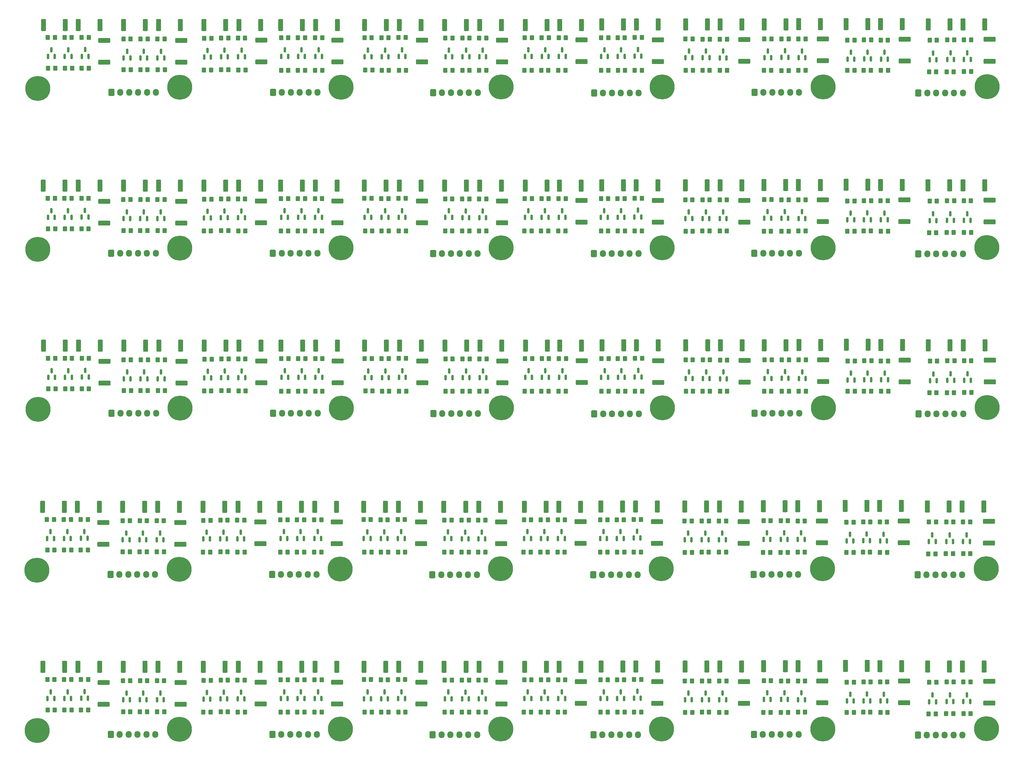
<source format=gbr>
%TF.GenerationSoftware,KiCad,Pcbnew,(6.0.6)*%
%TF.CreationDate,2022-10-08T16:47:07+05:30*%
%TF.ProjectId,RGB-3W-Light-Panel,5247422d-3357-42d4-9c69-6768742d5061,V1.1*%
%TF.SameCoordinates,Original*%
%TF.FileFunction,Soldermask,Bot*%
%TF.FilePolarity,Negative*%
%FSLAX46Y46*%
G04 Gerber Fmt 4.6, Leading zero omitted, Abs format (unit mm)*
G04 Created by KiCad (PCBNEW (6.0.6)) date 2022-10-08 16:47:07*
%MOMM*%
%LPD*%
G01*
G04 APERTURE LIST*
G04 Aperture macros list*
%AMRoundRect*
0 Rectangle with rounded corners*
0 $1 Rounding radius*
0 $2 $3 $4 $5 $6 $7 $8 $9 X,Y pos of 4 corners*
0 Add a 4 corners polygon primitive as box body*
4,1,4,$2,$3,$4,$5,$6,$7,$8,$9,$2,$3,0*
0 Add four circle primitives for the rounded corners*
1,1,$1+$1,$2,$3*
1,1,$1+$1,$4,$5*
1,1,$1+$1,$6,$7*
1,1,$1+$1,$8,$9*
0 Add four rect primitives between the rounded corners*
20,1,$1+$1,$2,$3,$4,$5,0*
20,1,$1+$1,$4,$5,$6,$7,0*
20,1,$1+$1,$6,$7,$8,$9,0*
20,1,$1+$1,$8,$9,$2,$3,0*%
G04 Aperture macros list end*
%ADD10RoundRect,0.250000X-0.600000X-0.725000X0.600000X-0.725000X0.600000X0.725000X-0.600000X0.725000X0*%
%ADD11O,1.700000X1.950000*%
%ADD12RoundRect,0.249999X0.450001X1.425001X-0.450001X1.425001X-0.450001X-1.425001X0.450001X-1.425001X0*%
%ADD13RoundRect,0.250000X-0.350000X-0.450000X0.350000X-0.450000X0.350000X0.450000X-0.350000X0.450000X0*%
%ADD14RoundRect,0.249999X-0.450001X-1.425001X0.450001X-1.425001X0.450001X1.425001X-0.450001X1.425001X0*%
%ADD15RoundRect,0.150000X0.150000X-0.587500X0.150000X0.587500X-0.150000X0.587500X-0.150000X-0.587500X0*%
%ADD16RoundRect,0.249999X1.425001X-0.450001X1.425001X0.450001X-1.425001X0.450001X-1.425001X-0.450001X0*%
%ADD17C,0.800000*%
%ADD18C,7.000000*%
G04 APERTURE END LIST*
D10*
%TO.C,J7*%
X182915000Y-268955000D03*
D11*
X185415000Y-268955000D03*
X187915000Y-268955000D03*
X190415000Y-268955000D03*
X192915000Y-268955000D03*
X195415000Y-268955000D03*
%TD*%
D12*
%TO.C,R86*%
X224760000Y-250020000D03*
X218660000Y-250020000D03*
%TD*%
D13*
%TO.C,R90*%
X208960000Y-253792500D03*
X210960000Y-253792500D03*
%TD*%
D14*
%TO.C,R102*%
X163860000Y-250020000D03*
X169960000Y-250020000D03*
%TD*%
D15*
%TO.C,Q13*%
X331460000Y-258767500D03*
X329560000Y-258767500D03*
X330510000Y-256892500D03*
%TD*%
D12*
%TO.C,R14*%
X404610000Y-249800000D03*
X398510000Y-249800000D03*
%TD*%
D13*
%TO.C,R99*%
X186310000Y-253930000D03*
X188310000Y-253930000D03*
%TD*%
%TO.C,R79*%
X230510000Y-262730000D03*
X232510000Y-262730000D03*
%TD*%
%TO.C,R26*%
X370770000Y-253940000D03*
X372770000Y-253940000D03*
%TD*%
%TO.C,R56*%
X286010000Y-253730000D03*
X288010000Y-253730000D03*
%TD*%
%TO.C,R7*%
X412130000Y-263202500D03*
X414130000Y-263202500D03*
%TD*%
D12*
%TO.C,R68*%
X269760000Y-250020000D03*
X263660000Y-250020000D03*
%TD*%
D15*
%TO.C,Q6*%
X400550000Y-259587500D03*
X398650000Y-259587500D03*
X399600000Y-257712500D03*
%TD*%
%TO.C,Q28*%
X220360000Y-258967500D03*
X218460000Y-258967500D03*
X219410000Y-257092500D03*
%TD*%
D13*
%TO.C,R83*%
X218410000Y-253730000D03*
X220410000Y-253730000D03*
%TD*%
D14*
%TO.C,R84*%
X208860000Y-250020000D03*
X214960000Y-250020000D03*
%TD*%
D15*
%TO.C,Q1*%
X423790000Y-259737500D03*
X421890000Y-259737500D03*
X422840000Y-257862500D03*
%TD*%
%TO.C,Q32*%
X192960000Y-259267500D03*
X191060000Y-259267500D03*
X192010000Y-257392500D03*
%TD*%
D13*
%TO.C,R25*%
X365840000Y-262780000D03*
X367840000Y-262780000D03*
%TD*%
D14*
%TO.C,R66*%
X253860000Y-250020000D03*
X259960000Y-250020000D03*
%TD*%
D15*
%TO.C,Q16*%
X310260000Y-258867500D03*
X308360000Y-258867500D03*
X309310000Y-256992500D03*
%TD*%
D13*
%TO.C,R9*%
X412300000Y-254280000D03*
X414300000Y-254280000D03*
%TD*%
D15*
%TO.C,Q9*%
X367860000Y-259177500D03*
X365960000Y-259177500D03*
X366910000Y-257302500D03*
%TD*%
D10*
%TO.C,J6*%
X363175000Y-268955000D03*
D11*
X365675000Y-268955000D03*
X368175000Y-268955000D03*
X370675000Y-268955000D03*
X373175000Y-268955000D03*
X375675000Y-268955000D03*
%TD*%
D13*
%TO.C,R70*%
X254060000Y-262692500D03*
X256060000Y-262692500D03*
%TD*%
D16*
%TO.C,R31*%
X360360000Y-260230000D03*
X360360000Y-254130000D03*
%TD*%
D15*
%TO.C,Q30*%
X210810000Y-259030000D03*
X208910000Y-259030000D03*
X209860000Y-257155000D03*
%TD*%
D13*
%TO.C,R61*%
X276510000Y-262730000D03*
X278510000Y-262730000D03*
%TD*%
D15*
%TO.C,Q25*%
X241960000Y-258867500D03*
X240060000Y-258867500D03*
X241010000Y-256992500D03*
%TD*%
D12*
%TO.C,R5*%
X427710000Y-249930000D03*
X421610000Y-249930000D03*
%TD*%
D15*
%TO.C,Q5*%
X395800000Y-259527500D03*
X393900000Y-259527500D03*
X394850000Y-257652500D03*
%TD*%
D12*
%TO.C,R41*%
X336160000Y-249920000D03*
X330060000Y-249920000D03*
%TD*%
D13*
%TO.C,R91*%
X195910000Y-262630000D03*
X197910000Y-262630000D03*
%TD*%
%TO.C,R35*%
X348650000Y-254000000D03*
X350650000Y-254000000D03*
%TD*%
%TO.C,R27*%
X365940000Y-253930000D03*
X367940000Y-253930000D03*
%TD*%
%TO.C,R89*%
X213710000Y-253730000D03*
X215710000Y-253730000D03*
%TD*%
D16*
%TO.C,R49*%
X314710000Y-260280000D03*
X314710000Y-254180000D03*
%TD*%
D13*
%TO.C,R74*%
X240010000Y-253630000D03*
X242010000Y-253630000D03*
%TD*%
D14*
%TO.C,R3*%
X411850000Y-249910000D03*
X417950000Y-249910000D03*
%TD*%
D13*
%TO.C,R65*%
X263410000Y-253550000D03*
X265410000Y-253550000D03*
%TD*%
%TO.C,R37*%
X329610000Y-262730000D03*
X331610000Y-262730000D03*
%TD*%
D12*
%TO.C,R50*%
X314660000Y-250020000D03*
X308560000Y-250020000D03*
%TD*%
D14*
%TO.C,R21*%
X365890000Y-249860000D03*
X371990000Y-249860000D03*
%TD*%
D16*
%TO.C,R85*%
X224910000Y-260380000D03*
X224910000Y-254280000D03*
%TD*%
D15*
%TO.C,Q17*%
X305460000Y-258867500D03*
X303560000Y-258867500D03*
X304510000Y-256992500D03*
%TD*%
%TO.C,Q26*%
X237160000Y-258867500D03*
X235260000Y-258867500D03*
X236210000Y-256992500D03*
%TD*%
D13*
%TO.C,R38*%
X329610000Y-253530000D03*
X331610000Y-253530000D03*
%TD*%
D14*
%TO.C,R39*%
X320360000Y-249920000D03*
X326460000Y-249920000D03*
%TD*%
D13*
%TO.C,R46*%
X308210000Y-262730000D03*
X310210000Y-262730000D03*
%TD*%
D16*
%TO.C,R40*%
X336110000Y-260280000D03*
X336110000Y-254180000D03*
%TD*%
D14*
%TO.C,R93*%
X186360000Y-250020000D03*
X192460000Y-250020000D03*
%TD*%
D13*
%TO.C,R18*%
X398560000Y-254270000D03*
X400560000Y-254270000D03*
%TD*%
%TO.C,R19*%
X375510000Y-262730000D03*
X377510000Y-262730000D03*
%TD*%
D17*
%TO.C,H8*%
X160423845Y-269686155D03*
X164136155Y-265973845D03*
D18*
X162280000Y-267830000D03*
D17*
X160423845Y-265973845D03*
X162280000Y-265205000D03*
X164136155Y-269686155D03*
X159655000Y-267830000D03*
X164905000Y-267830000D03*
X162280000Y-270455000D03*
%TD*%
%TO.C,H3*%
X335453845Y-269266155D03*
X337310000Y-270035000D03*
D18*
X337310000Y-267410000D03*
D17*
X337310000Y-264785000D03*
X339166155Y-269266155D03*
X339166155Y-265553845D03*
X339935000Y-267410000D03*
X335453845Y-265553845D03*
X334685000Y-267410000D03*
%TD*%
D12*
%TO.C,R95*%
X202260000Y-250020000D03*
X196160000Y-250020000D03*
%TD*%
D17*
%TO.C,H7*%
X199485000Y-267500000D03*
X203966155Y-265643845D03*
X202110000Y-270125000D03*
X200253845Y-265643845D03*
X204735000Y-267500000D03*
X202110000Y-264875000D03*
D18*
X202110000Y-267500000D03*
D17*
X203966155Y-269356155D03*
X200253845Y-269356155D03*
%TD*%
D15*
%TO.C,Q7*%
X377460000Y-259187500D03*
X375560000Y-259187500D03*
X376510000Y-257312500D03*
%TD*%
%TO.C,Q3*%
X414200000Y-259787500D03*
X412300000Y-259787500D03*
X413250000Y-257912500D03*
%TD*%
D12*
%TO.C,R104*%
X179760000Y-250020000D03*
X173660000Y-250020000D03*
%TD*%
D17*
%TO.C,H5*%
X290353845Y-269256155D03*
X294066155Y-269256155D03*
X289585000Y-267400000D03*
X292210000Y-264775000D03*
X294066155Y-265543845D03*
X294835000Y-267400000D03*
X290353845Y-265543845D03*
X292210000Y-270025000D03*
D18*
X292210000Y-267400000D03*
%TD*%
D16*
%TO.C,R94*%
X202510000Y-260480000D03*
X202510000Y-254380000D03*
%TD*%
D12*
%TO.C,R58*%
X292260000Y-250020000D03*
X286160000Y-250020000D03*
%TD*%
D13*
%TO.C,R107*%
X169810000Y-253530000D03*
X171810000Y-253530000D03*
%TD*%
D15*
%TO.C,Q14*%
X326760000Y-258867500D03*
X324860000Y-258867500D03*
X325810000Y-256992500D03*
%TD*%
D14*
%TO.C,R30*%
X343880000Y-249900000D03*
X349980000Y-249900000D03*
%TD*%
D13*
%TO.C,R105*%
X169910000Y-262130000D03*
X171910000Y-262130000D03*
%TD*%
D15*
%TO.C,Q27*%
X232460000Y-258867500D03*
X230560000Y-258867500D03*
X231510000Y-256992500D03*
%TD*%
%TO.C,Q21*%
X278460000Y-258930000D03*
X276560000Y-258930000D03*
X277510000Y-257055000D03*
%TD*%
D17*
%TO.C,H2*%
X384306155Y-269266155D03*
X384306155Y-265553845D03*
X385075000Y-267410000D03*
X379825000Y-267410000D03*
D18*
X382450000Y-267410000D03*
D17*
X380593845Y-265553845D03*
X382450000Y-270035000D03*
X380593845Y-269266155D03*
X382450000Y-264785000D03*
%TD*%
D13*
%TO.C,R43*%
X320210000Y-262730000D03*
X322210000Y-262730000D03*
%TD*%
%TO.C,R96*%
X191060000Y-262630000D03*
X193060000Y-262630000D03*
%TD*%
%TO.C,R55*%
X286010000Y-262730000D03*
X288010000Y-262730000D03*
%TD*%
D17*
%TO.C,H6*%
X249935000Y-267480000D03*
X247310000Y-264855000D03*
X249166155Y-265623845D03*
X245453845Y-269336155D03*
X247310000Y-270105000D03*
X249166155Y-269336155D03*
D18*
X247310000Y-267480000D03*
D17*
X245453845Y-265623845D03*
X244685000Y-267480000D03*
%TD*%
D10*
%TO.C,J4*%
X228215000Y-268945000D03*
D11*
X230715000Y-268945000D03*
X233215000Y-268945000D03*
X235715000Y-268945000D03*
X238215000Y-268945000D03*
X240715000Y-268945000D03*
%TD*%
D15*
%TO.C,Q2*%
X419080000Y-259737500D03*
X417180000Y-259737500D03*
X418130000Y-257862500D03*
%TD*%
D13*
%TO.C,R98*%
X191110000Y-253930000D03*
X193110000Y-253930000D03*
%TD*%
%TO.C,R15*%
X393810000Y-262730000D03*
X395810000Y-262730000D03*
%TD*%
%TO.C,R51*%
X303410000Y-262730000D03*
X305410000Y-262730000D03*
%TD*%
%TO.C,R106*%
X165210000Y-262130000D03*
X167210000Y-262130000D03*
%TD*%
%TO.C,R45*%
X320210000Y-253630000D03*
X322210000Y-253630000D03*
%TD*%
D16*
%TO.C,R13*%
X405250000Y-260110000D03*
X405250000Y-254010000D03*
%TD*%
D13*
%TO.C,R63*%
X276510000Y-253730000D03*
X278510000Y-253730000D03*
%TD*%
D15*
%TO.C,Q22*%
X265360000Y-258867500D03*
X263460000Y-258867500D03*
X264410000Y-256992500D03*
%TD*%
D13*
%TO.C,R20*%
X375520000Y-253990000D03*
X377520000Y-253990000D03*
%TD*%
D10*
%TO.C,J1*%
X409125000Y-269095000D03*
D11*
X411625000Y-269095000D03*
X414125000Y-269095000D03*
X416625000Y-269095000D03*
X419125000Y-269095000D03*
X421625000Y-269095000D03*
%TD*%
D14*
%TO.C,R12*%
X388860000Y-249770000D03*
X394960000Y-249770000D03*
%TD*%
D13*
%TO.C,R78*%
X235210000Y-262730000D03*
X237210000Y-262730000D03*
%TD*%
%TO.C,R72*%
X253860000Y-253592500D03*
X255860000Y-253592500D03*
%TD*%
D15*
%TO.C,Q29*%
X215560000Y-258967500D03*
X213660000Y-258967500D03*
X214610000Y-257092500D03*
%TD*%
D14*
%TO.C,R75*%
X230360000Y-250020000D03*
X236460000Y-250020000D03*
%TD*%
D13*
%TO.C,R11*%
X389220000Y-254290000D03*
X391220000Y-254290000D03*
%TD*%
D14*
%TO.C,R57*%
X276360000Y-250020000D03*
X282460000Y-250020000D03*
%TD*%
D12*
%TO.C,R32*%
X359680000Y-249900000D03*
X353580000Y-249900000D03*
%TD*%
D13*
%TO.C,R80*%
X235210000Y-253630000D03*
X237210000Y-253630000D03*
%TD*%
D15*
%TO.C,Q35*%
X171760000Y-258867500D03*
X169860000Y-258867500D03*
X170810000Y-256992500D03*
%TD*%
D13*
%TO.C,R44*%
X324810000Y-253630000D03*
X326810000Y-253630000D03*
%TD*%
%TO.C,R100*%
X174560000Y-262130000D03*
X176560000Y-262130000D03*
%TD*%
%TO.C,R62*%
X281310000Y-253730000D03*
X283310000Y-253730000D03*
%TD*%
%TO.C,R10*%
X389220000Y-262780000D03*
X391220000Y-262780000D03*
%TD*%
%TO.C,R6*%
X416952900Y-218270650D03*
X418952900Y-218270650D03*
%TD*%
%TO.C,R71*%
X258522900Y-208740650D03*
X260522900Y-208740650D03*
%TD*%
D10*
%TO.C,J3*%
X273027900Y-224165650D03*
D11*
X275527900Y-224165650D03*
X278027900Y-224165650D03*
X280527900Y-224165650D03*
X283027900Y-224165650D03*
X285527900Y-224165650D03*
%TD*%
D13*
%TO.C,R60*%
X281222900Y-217840650D03*
X283222900Y-217840650D03*
%TD*%
%TO.C,R82*%
X218422900Y-217820650D03*
X220422900Y-217820650D03*
%TD*%
%TO.C,R28*%
X353480000Y-262740000D03*
X355480000Y-262740000D03*
%TD*%
%TO.C,R2*%
X421792900Y-209360650D03*
X423792900Y-209360650D03*
%TD*%
%TO.C,R64*%
X263422900Y-217840650D03*
X265422900Y-217840650D03*
%TD*%
D15*
%TO.C,Q31*%
X197672900Y-214378150D03*
X195772900Y-214378150D03*
X196722900Y-212503150D03*
%TD*%
D13*
%TO.C,R42*%
X324822900Y-217840650D03*
X326822900Y-217840650D03*
%TD*%
D15*
%TO.C,Q33*%
X188172900Y-214378150D03*
X186272900Y-214378150D03*
X187222900Y-212503150D03*
%TD*%
D13*
%TO.C,R1*%
X421822900Y-218240650D03*
X423822900Y-218240650D03*
%TD*%
%TO.C,R88*%
X208772900Y-217783150D03*
X210772900Y-217783150D03*
%TD*%
%TO.C,R101*%
X174472900Y-208640650D03*
X176472900Y-208640650D03*
%TD*%
D12*
%TO.C,R23*%
X381562900Y-204930650D03*
X375462900Y-204930650D03*
%TD*%
D13*
%TO.C,R81*%
X230422900Y-208740650D03*
X232422900Y-208740650D03*
%TD*%
D15*
%TO.C,Q19*%
X287872900Y-214078150D03*
X285972900Y-214078150D03*
X286922900Y-212203150D03*
%TD*%
D13*
%TO.C,R92*%
X195772900Y-209040650D03*
X197772900Y-209040650D03*
%TD*%
%TO.C,R47*%
X308222900Y-208740650D03*
X310222900Y-208740650D03*
%TD*%
D15*
%TO.C,Q10*%
X355282900Y-214368150D03*
X353382900Y-214368150D03*
X354332900Y-212493150D03*
%TD*%
D16*
%TO.C,R59*%
X292322900Y-215490650D03*
X292322900Y-209390650D03*
%TD*%
D13*
%TO.C,R52*%
X298622900Y-217840650D03*
X300622900Y-217840650D03*
%TD*%
%TO.C,R36*%
X343732900Y-209100650D03*
X345732900Y-209100650D03*
%TD*%
%TO.C,R108*%
X165022900Y-208640650D03*
X167022900Y-208640650D03*
%TD*%
%TO.C,R73*%
X239922900Y-217840650D03*
X241922900Y-217840650D03*
%TD*%
D15*
%TO.C,Q15*%
X321972900Y-213978150D03*
X320072900Y-213978150D03*
X321022900Y-212103150D03*
%TD*%
D13*
%TO.C,R29*%
X353392900Y-209120650D03*
X355392900Y-209120650D03*
%TD*%
D14*
%TO.C,R48*%
X298872900Y-205130650D03*
X304972900Y-205130650D03*
%TD*%
D15*
%TO.C,Q18*%
X300672900Y-213978150D03*
X298772900Y-213978150D03*
X299722900Y-212103150D03*
%TD*%
D13*
%TO.C,R17*%
X393792900Y-209330650D03*
X395792900Y-209330650D03*
%TD*%
D15*
%TO.C,Q34*%
X176422900Y-213940650D03*
X174522900Y-213940650D03*
X175472900Y-212065650D03*
%TD*%
D16*
%TO.C,R67*%
X269922900Y-215490650D03*
X269922900Y-209390650D03*
%TD*%
%TO.C,R103*%
X180822900Y-215590650D03*
X180822900Y-209490650D03*
%TD*%
D15*
%TO.C,Q4*%
X391052900Y-214708150D03*
X389152900Y-214708150D03*
X390102900Y-212833150D03*
%TD*%
D13*
%TO.C,R8*%
X417092900Y-209360650D03*
X419092900Y-209360650D03*
%TD*%
%TO.C,R53*%
X303422900Y-208740650D03*
X305422900Y-208740650D03*
%TD*%
D15*
%TO.C,Q20*%
X283172900Y-214078150D03*
X281272900Y-214078150D03*
X282222900Y-212203150D03*
%TD*%
D13*
%TO.C,R69*%
X258622900Y-217840650D03*
X260622900Y-217840650D03*
%TD*%
%TO.C,R87*%
X213622900Y-217740650D03*
X215622900Y-217740650D03*
%TD*%
D15*
%TO.C,Q24*%
X255722900Y-214040650D03*
X253822900Y-214040650D03*
X254772900Y-212165650D03*
%TD*%
%TO.C,Q8*%
X372582900Y-214268150D03*
X370682900Y-214268150D03*
X371632900Y-212393150D03*
%TD*%
D17*
%TO.C,H1*%
X430129055Y-224296805D03*
X430129055Y-220584495D03*
X425647900Y-222440650D03*
X428272900Y-219815650D03*
X428272900Y-225065650D03*
X426416745Y-220584495D03*
D18*
X428272900Y-222440650D03*
D17*
X426416745Y-224296805D03*
X430897900Y-222440650D03*
%TD*%
D15*
%TO.C,Q36*%
X166972900Y-213978150D03*
X165072900Y-213978150D03*
X166022900Y-212103150D03*
%TD*%
%TO.C,Q12*%
X345662900Y-214338150D03*
X343762900Y-214338150D03*
X344712900Y-212463150D03*
%TD*%
D13*
%TO.C,R54*%
X298722900Y-208740650D03*
X300722900Y-208740650D03*
%TD*%
%TO.C,R97*%
X186272900Y-217740650D03*
X188272900Y-217740650D03*
%TD*%
D16*
%TO.C,R4*%
X429022900Y-215290650D03*
X429022900Y-209190650D03*
%TD*%
D13*
%TO.C,R33*%
X348522900Y-217840650D03*
X350522900Y-217840650D03*
%TD*%
D10*
%TO.C,J2*%
X318122900Y-224190650D03*
D11*
X320622900Y-224190650D03*
X323122900Y-224190650D03*
X325622900Y-224190650D03*
X328122900Y-224190650D03*
X330622900Y-224190650D03*
%TD*%
D16*
%TO.C,R76*%
X246222900Y-215490650D03*
X246222900Y-209390650D03*
%TD*%
%TO.C,R22*%
X382252900Y-215180650D03*
X382252900Y-209080650D03*
%TD*%
D15*
%TO.C,Q11*%
X350472900Y-214348150D03*
X348572900Y-214348150D03*
X349522900Y-212473150D03*
%TD*%
D13*
%TO.C,R16*%
X398532900Y-217890650D03*
X400532900Y-217890650D03*
%TD*%
%TO.C,R34*%
X343802900Y-217910650D03*
X345802900Y-217910650D03*
%TD*%
D15*
%TO.C,Q23*%
X260522900Y-214040650D03*
X258622900Y-214040650D03*
X259572900Y-212165650D03*
%TD*%
D13*
%TO.C,R24*%
X370672900Y-217920650D03*
X372672900Y-217920650D03*
%TD*%
%TO.C,R28*%
X353392900Y-217850650D03*
X355392900Y-217850650D03*
%TD*%
D15*
%TO.C,Q7*%
X377372900Y-214298150D03*
X375472900Y-214298150D03*
X376422900Y-212423150D03*
%TD*%
%TO.C,Q3*%
X414112900Y-214898150D03*
X412212900Y-214898150D03*
X413162900Y-213023150D03*
%TD*%
D17*
%TO.C,H5*%
X290266745Y-224366805D03*
X293979055Y-224366805D03*
X289497900Y-222510650D03*
X292122900Y-219885650D03*
X293979055Y-220654495D03*
X294747900Y-222510650D03*
X290266745Y-220654495D03*
X292122900Y-225135650D03*
D18*
X292122900Y-222510650D03*
%TD*%
D17*
%TO.C,H7*%
X199397900Y-222610650D03*
X203879055Y-220754495D03*
X202022900Y-225235650D03*
X200166745Y-220754495D03*
X204647900Y-222610650D03*
X202022900Y-219985650D03*
D18*
X202022900Y-222610650D03*
D17*
X203879055Y-224466805D03*
X200166745Y-224466805D03*
%TD*%
D12*
%TO.C,R95*%
X202172900Y-205130650D03*
X196072900Y-205130650D03*
%TD*%
%TO.C,R104*%
X179672900Y-205130650D03*
X173572900Y-205130650D03*
%TD*%
D15*
%TO.C,Q21*%
X278372900Y-214040650D03*
X276472900Y-214040650D03*
X277422900Y-212165650D03*
%TD*%
D13*
%TO.C,R96*%
X190972900Y-217740650D03*
X192972900Y-217740650D03*
%TD*%
D12*
%TO.C,R77*%
X246172900Y-205130650D03*
X240072900Y-205130650D03*
%TD*%
D17*
%TO.C,H2*%
X384219055Y-224376805D03*
X384219055Y-220664495D03*
X384987900Y-222520650D03*
X379737900Y-222520650D03*
D18*
X382362900Y-222520650D03*
D17*
X380506745Y-220664495D03*
X382362900Y-225145650D03*
X380506745Y-224376805D03*
X382362900Y-219895650D03*
%TD*%
D16*
%TO.C,R94*%
X202422900Y-215590650D03*
X202422900Y-209490650D03*
%TD*%
D17*
%TO.C,H6*%
X249847900Y-222590650D03*
X247222900Y-219965650D03*
X249079055Y-220734495D03*
X245366745Y-224446805D03*
X247222900Y-225215650D03*
X249079055Y-224446805D03*
D18*
X247222900Y-222590650D03*
D17*
X245366745Y-220734495D03*
X244597900Y-222590650D03*
%TD*%
D13*
%TO.C,R107*%
X169722900Y-208640650D03*
X171722900Y-208640650D03*
%TD*%
D15*
%TO.C,Q22*%
X265272900Y-213978150D03*
X263372900Y-213978150D03*
X264322900Y-212103150D03*
%TD*%
D12*
%TO.C,R58*%
X292172900Y-205130650D03*
X286072900Y-205130650D03*
%TD*%
%TO.C,R32*%
X359592900Y-205010650D03*
X353492900Y-205010650D03*
%TD*%
D13*
%TO.C,R105*%
X169822900Y-217240650D03*
X171822900Y-217240650D03*
%TD*%
%TO.C,R44*%
X324722900Y-208740650D03*
X326722900Y-208740650D03*
%TD*%
D15*
%TO.C,Q27*%
X232372900Y-213978150D03*
X230472900Y-213978150D03*
X231422900Y-212103150D03*
%TD*%
D13*
%TO.C,R63*%
X276422900Y-208840650D03*
X278422900Y-208840650D03*
%TD*%
D15*
%TO.C,Q2*%
X418992900Y-214848150D03*
X417092900Y-214848150D03*
X418042900Y-212973150D03*
%TD*%
D10*
%TO.C,J1*%
X409037900Y-224205650D03*
D11*
X411537900Y-224205650D03*
X414037900Y-224205650D03*
X416537900Y-224205650D03*
X419037900Y-224205650D03*
X421537900Y-224205650D03*
%TD*%
D13*
%TO.C,R78*%
X235122900Y-217840650D03*
X237122900Y-217840650D03*
%TD*%
%TO.C,R72*%
X253772900Y-208703150D03*
X255772900Y-208703150D03*
%TD*%
%TO.C,R15*%
X393722900Y-217840650D03*
X395722900Y-217840650D03*
%TD*%
D15*
%TO.C,Q35*%
X171672900Y-213978150D03*
X169772900Y-213978150D03*
X170722900Y-212103150D03*
%TD*%
D10*
%TO.C,J4*%
X228127900Y-224055650D03*
D11*
X230627900Y-224055650D03*
X233127900Y-224055650D03*
X235627900Y-224055650D03*
X238127900Y-224055650D03*
X240627900Y-224055650D03*
%TD*%
D14*
%TO.C,R30*%
X343792900Y-205010650D03*
X349892900Y-205010650D03*
%TD*%
D13*
%TO.C,R100*%
X174472900Y-217240650D03*
X176472900Y-217240650D03*
%TD*%
%TO.C,R98*%
X191022900Y-209040650D03*
X193022900Y-209040650D03*
%TD*%
D15*
%TO.C,Q14*%
X326672900Y-213978150D03*
X324772900Y-213978150D03*
X325722900Y-212103150D03*
%TD*%
D13*
%TO.C,R55*%
X285922900Y-217840650D03*
X287922900Y-217840650D03*
%TD*%
%TO.C,R43*%
X320122900Y-217840650D03*
X322122900Y-217840650D03*
%TD*%
%TO.C,R20*%
X375432900Y-209100650D03*
X377432900Y-209100650D03*
%TD*%
%TO.C,R46*%
X308122900Y-217840650D03*
X310122900Y-217840650D03*
%TD*%
D14*
%TO.C,R39*%
X320272900Y-205030650D03*
X326372900Y-205030650D03*
%TD*%
D17*
%TO.C,H8*%
X160336745Y-224796805D03*
X164049055Y-221084495D03*
D18*
X162192900Y-222940650D03*
D17*
X160336745Y-221084495D03*
X162192900Y-220315650D03*
X164049055Y-224796805D03*
X159567900Y-222940650D03*
X164817900Y-222940650D03*
X162192900Y-225565650D03*
%TD*%
D14*
%TO.C,R93*%
X186272900Y-205130650D03*
X192372900Y-205130650D03*
%TD*%
D16*
%TO.C,R40*%
X336022900Y-215390650D03*
X336022900Y-209290650D03*
%TD*%
D17*
%TO.C,H3*%
X335366745Y-224376805D03*
X337222900Y-225145650D03*
D18*
X337222900Y-222520650D03*
D17*
X337222900Y-219895650D03*
X339079055Y-224376805D03*
X339079055Y-220664495D03*
X339847900Y-222520650D03*
X335366745Y-220664495D03*
X334597900Y-222520650D03*
%TD*%
D13*
%TO.C,R38*%
X329522900Y-208640650D03*
X331522900Y-208640650D03*
%TD*%
%TO.C,R19*%
X375422900Y-217840650D03*
X377422900Y-217840650D03*
%TD*%
%TO.C,R18*%
X398472900Y-209380650D03*
X400472900Y-209380650D03*
%TD*%
%TO.C,R10*%
X389132900Y-217890650D03*
X391132900Y-217890650D03*
%TD*%
%TO.C,R45*%
X320122900Y-208740650D03*
X322122900Y-208740650D03*
%TD*%
D16*
%TO.C,R13*%
X405162900Y-215220650D03*
X405162900Y-209120650D03*
%TD*%
D13*
%TO.C,R62*%
X281222900Y-208840650D03*
X283222900Y-208840650D03*
%TD*%
%TO.C,R51*%
X303322900Y-217840650D03*
X305322900Y-217840650D03*
%TD*%
%TO.C,R80*%
X235122900Y-208740650D03*
X237122900Y-208740650D03*
%TD*%
D14*
%TO.C,R75*%
X230272900Y-205130650D03*
X236372900Y-205130650D03*
%TD*%
%TO.C,R12*%
X388772900Y-204880650D03*
X394872900Y-204880650D03*
%TD*%
D13*
%TO.C,R11*%
X389132900Y-209400650D03*
X391132900Y-209400650D03*
%TD*%
D10*
%TO.C,J7*%
X182827900Y-224065650D03*
D11*
X185327900Y-224065650D03*
X187827900Y-224065650D03*
X190327900Y-224065650D03*
X192827900Y-224065650D03*
X195327900Y-224065650D03*
%TD*%
D14*
%TO.C,R102*%
X163772900Y-205130650D03*
X169872900Y-205130650D03*
%TD*%
D13*
%TO.C,R79*%
X230422900Y-217840650D03*
X232422900Y-217840650D03*
%TD*%
D12*
%TO.C,R14*%
X404522900Y-204910650D03*
X398422900Y-204910650D03*
%TD*%
D13*
%TO.C,R56*%
X285922900Y-208840650D03*
X287922900Y-208840650D03*
%TD*%
%TO.C,R83*%
X218322900Y-208840650D03*
X220322900Y-208840650D03*
%TD*%
%TO.C,R9*%
X412212900Y-209390650D03*
X414212900Y-209390650D03*
%TD*%
D15*
%TO.C,Q32*%
X192872900Y-214378150D03*
X190972900Y-214378150D03*
X191922900Y-212503150D03*
%TD*%
D14*
%TO.C,R66*%
X253772900Y-205130650D03*
X259872900Y-205130650D03*
%TD*%
D13*
%TO.C,R25*%
X365752900Y-217890650D03*
X367752900Y-217890650D03*
%TD*%
D15*
%TO.C,Q13*%
X331372900Y-213878150D03*
X329472900Y-213878150D03*
X330422900Y-212003150D03*
%TD*%
D12*
%TO.C,R68*%
X269672900Y-205130650D03*
X263572900Y-205130650D03*
%TD*%
D13*
%TO.C,R7*%
X412042900Y-218313150D03*
X414042900Y-218313150D03*
%TD*%
%TO.C,R90*%
X208872900Y-208903150D03*
X210872900Y-208903150D03*
%TD*%
D15*
%TO.C,Q1*%
X423702900Y-214848150D03*
X421802900Y-214848150D03*
X422752900Y-212973150D03*
%TD*%
D14*
%TO.C,R57*%
X276272900Y-205130650D03*
X282372900Y-205130650D03*
%TD*%
D12*
%TO.C,R86*%
X224672900Y-205130650D03*
X218572900Y-205130650D03*
%TD*%
D13*
%TO.C,R99*%
X186222900Y-209040650D03*
X188222900Y-209040650D03*
%TD*%
%TO.C,R26*%
X370682900Y-209050650D03*
X372682900Y-209050650D03*
%TD*%
D15*
%TO.C,Q6*%
X400462900Y-214698150D03*
X398562900Y-214698150D03*
X399512900Y-212823150D03*
%TD*%
D10*
%TO.C,J6*%
X363087900Y-224065650D03*
D11*
X365587900Y-224065650D03*
X368087900Y-224065650D03*
X370587900Y-224065650D03*
X373087900Y-224065650D03*
X375587900Y-224065650D03*
%TD*%
D15*
%TO.C,Q9*%
X367772900Y-214288150D03*
X365872900Y-214288150D03*
X366822900Y-212413150D03*
%TD*%
%TO.C,Q16*%
X310172900Y-213978150D03*
X308272900Y-213978150D03*
X309222900Y-212103150D03*
%TD*%
D14*
%TO.C,R84*%
X208772900Y-205130650D03*
X214872900Y-205130650D03*
%TD*%
D15*
%TO.C,Q26*%
X237072900Y-213978150D03*
X235172900Y-213978150D03*
X236122900Y-212103150D03*
%TD*%
D12*
%TO.C,R5*%
X427622900Y-205040650D03*
X421522900Y-205040650D03*
%TD*%
D13*
%TO.C,R70*%
X253972900Y-217803150D03*
X255972900Y-217803150D03*
%TD*%
D15*
%TO.C,Q25*%
X241872900Y-213978150D03*
X239972900Y-213978150D03*
X240922900Y-212103150D03*
%TD*%
D16*
%TO.C,R85*%
X224822900Y-215490650D03*
X224822900Y-209390650D03*
%TD*%
D13*
%TO.C,R35*%
X348562900Y-209110650D03*
X350562900Y-209110650D03*
%TD*%
%TO.C,R74*%
X239922900Y-208740650D03*
X241922900Y-208740650D03*
%TD*%
D14*
%TO.C,R3*%
X411762900Y-205020650D03*
X417862900Y-205020650D03*
%TD*%
D16*
%TO.C,R31*%
X360272900Y-215340650D03*
X360272900Y-209240650D03*
%TD*%
D15*
%TO.C,Q30*%
X210722900Y-214140650D03*
X208822900Y-214140650D03*
X209772900Y-212265650D03*
%TD*%
D14*
%TO.C,R21*%
X365802900Y-204970650D03*
X371902900Y-204970650D03*
%TD*%
D12*
%TO.C,R41*%
X336072900Y-205030650D03*
X329972900Y-205030650D03*
%TD*%
D13*
%TO.C,R27*%
X365852900Y-209040650D03*
X367852900Y-209040650D03*
%TD*%
%TO.C,R37*%
X329522900Y-217840650D03*
X331522900Y-217840650D03*
%TD*%
D15*
%TO.C,Q5*%
X395712900Y-214638150D03*
X393812900Y-214638150D03*
X394762900Y-212763150D03*
%TD*%
D13*
%TO.C,R89*%
X213622900Y-208840650D03*
X215622900Y-208840650D03*
%TD*%
%TO.C,R61*%
X276422900Y-217840650D03*
X278422900Y-217840650D03*
%TD*%
%TO.C,R65*%
X263322900Y-208660650D03*
X265322900Y-208660650D03*
%TD*%
D15*
%TO.C,Q28*%
X220272900Y-214078150D03*
X218372900Y-214078150D03*
X219322900Y-212203150D03*
%TD*%
D13*
%TO.C,R91*%
X195822900Y-217740650D03*
X197822900Y-217740650D03*
%TD*%
D16*
%TO.C,R49*%
X314622900Y-215390650D03*
X314622900Y-209290650D03*
%TD*%
D15*
%TO.C,Q17*%
X305372900Y-213978150D03*
X303472900Y-213978150D03*
X304422900Y-212103150D03*
%TD*%
D12*
%TO.C,R50*%
X314572900Y-205130650D03*
X308472900Y-205130650D03*
%TD*%
D15*
%TO.C,Q29*%
X215472900Y-214078150D03*
X213572900Y-214078150D03*
X214522900Y-212203150D03*
%TD*%
D13*
%TO.C,R106*%
X165122900Y-217240650D03*
X167122900Y-217240650D03*
%TD*%
%TO.C,R71*%
X258610000Y-253630000D03*
X260610000Y-253630000D03*
%TD*%
%TO.C,R82*%
X218510000Y-262710000D03*
X220510000Y-262710000D03*
%TD*%
%TO.C,R42*%
X324910000Y-262730000D03*
X326910000Y-262730000D03*
%TD*%
%TO.C,R60*%
X281310000Y-262730000D03*
X283310000Y-262730000D03*
%TD*%
D10*
%TO.C,J3*%
X273115000Y-269055000D03*
D11*
X275615000Y-269055000D03*
X278115000Y-269055000D03*
X280615000Y-269055000D03*
X283115000Y-269055000D03*
X285615000Y-269055000D03*
%TD*%
D13*
%TO.C,R6*%
X417040000Y-263160000D03*
X419040000Y-263160000D03*
%TD*%
%TO.C,R2*%
X421880000Y-254250000D03*
X423880000Y-254250000D03*
%TD*%
D15*
%TO.C,Q31*%
X197760000Y-259267500D03*
X195860000Y-259267500D03*
X196810000Y-257392500D03*
%TD*%
D13*
%TO.C,R81*%
X230510000Y-253630000D03*
X232510000Y-253630000D03*
%TD*%
D15*
%TO.C,Q33*%
X188260000Y-259267500D03*
X186360000Y-259267500D03*
X187310000Y-257392500D03*
%TD*%
D13*
%TO.C,R1*%
X421910000Y-263130000D03*
X423910000Y-263130000D03*
%TD*%
D15*
%TO.C,Q19*%
X287960000Y-258967500D03*
X286060000Y-258967500D03*
X287010000Y-257092500D03*
%TD*%
D16*
%TO.C,R59*%
X292410000Y-260380000D03*
X292410000Y-254280000D03*
%TD*%
D13*
%TO.C,R29*%
X353480000Y-254010000D03*
X355480000Y-254010000D03*
%TD*%
%TO.C,R36*%
X343820000Y-253990000D03*
X345820000Y-253990000D03*
%TD*%
D15*
%TO.C,Q34*%
X176510000Y-258830000D03*
X174610000Y-258830000D03*
X175560000Y-256955000D03*
%TD*%
D13*
%TO.C,R101*%
X174560000Y-253530000D03*
X176560000Y-253530000D03*
%TD*%
%TO.C,R52*%
X298710000Y-262730000D03*
X300710000Y-262730000D03*
%TD*%
%TO.C,R108*%
X165110000Y-253530000D03*
X167110000Y-253530000D03*
%TD*%
%TO.C,R73*%
X240010000Y-262730000D03*
X242010000Y-262730000D03*
%TD*%
%TO.C,R17*%
X393880000Y-254220000D03*
X395880000Y-254220000D03*
%TD*%
D16*
%TO.C,R67*%
X270010000Y-260380000D03*
X270010000Y-254280000D03*
%TD*%
D13*
%TO.C,R64*%
X263510000Y-262730000D03*
X265510000Y-262730000D03*
%TD*%
%TO.C,R88*%
X208860000Y-262672500D03*
X210860000Y-262672500D03*
%TD*%
D12*
%TO.C,R23*%
X381650000Y-249820000D03*
X375550000Y-249820000D03*
%TD*%
D14*
%TO.C,R48*%
X298960000Y-250020000D03*
X305060000Y-250020000D03*
%TD*%
D15*
%TO.C,Q11*%
X350560000Y-259237500D03*
X348660000Y-259237500D03*
X349610000Y-257362500D03*
%TD*%
D16*
%TO.C,R22*%
X382340000Y-260070000D03*
X382340000Y-253970000D03*
%TD*%
D13*
%TO.C,R47*%
X308310000Y-253630000D03*
X310310000Y-253630000D03*
%TD*%
D15*
%TO.C,Q18*%
X300760000Y-258867500D03*
X298860000Y-258867500D03*
X299810000Y-256992500D03*
%TD*%
D17*
%TO.C,H1*%
X430216155Y-269186155D03*
X430216155Y-265473845D03*
X425735000Y-267330000D03*
X428360000Y-264705000D03*
X428360000Y-269955000D03*
X426503845Y-265473845D03*
D18*
X428360000Y-267330000D03*
D17*
X426503845Y-269186155D03*
X430985000Y-267330000D03*
%TD*%
D15*
%TO.C,Q15*%
X322060000Y-258867500D03*
X320160000Y-258867500D03*
X321110000Y-256992500D03*
%TD*%
%TO.C,Q10*%
X355370000Y-259257500D03*
X353470000Y-259257500D03*
X354420000Y-257382500D03*
%TD*%
D13*
%TO.C,R92*%
X195860000Y-253930000D03*
X197860000Y-253930000D03*
%TD*%
%TO.C,R16*%
X398620000Y-262780000D03*
X400620000Y-262780000D03*
%TD*%
%TO.C,R8*%
X417180000Y-254250000D03*
X419180000Y-254250000D03*
%TD*%
D15*
%TO.C,Q12*%
X345750000Y-259227500D03*
X343850000Y-259227500D03*
X344800000Y-257352500D03*
%TD*%
%TO.C,Q20*%
X283260000Y-258967500D03*
X281360000Y-258967500D03*
X282310000Y-257092500D03*
%TD*%
D13*
%TO.C,R54*%
X298810000Y-253630000D03*
X300810000Y-253630000D03*
%TD*%
%TO.C,R87*%
X213710000Y-262630000D03*
X215710000Y-262630000D03*
%TD*%
D15*
%TO.C,Q24*%
X255810000Y-258930000D03*
X253910000Y-258930000D03*
X254860000Y-257055000D03*
%TD*%
D12*
%TO.C,R77*%
X246260000Y-250020000D03*
X240160000Y-250020000D03*
%TD*%
D13*
%TO.C,R53*%
X303510000Y-253630000D03*
X305510000Y-253630000D03*
%TD*%
D15*
%TO.C,Q8*%
X372670000Y-259157500D03*
X370770000Y-259157500D03*
X371720000Y-257282500D03*
%TD*%
D13*
%TO.C,R69*%
X258710000Y-262730000D03*
X260710000Y-262730000D03*
%TD*%
%TO.C,R33*%
X348610000Y-262730000D03*
X350610000Y-262730000D03*
%TD*%
D16*
%TO.C,R76*%
X246310000Y-260380000D03*
X246310000Y-254280000D03*
%TD*%
D15*
%TO.C,Q36*%
X167060000Y-258867500D03*
X165160000Y-258867500D03*
X166110000Y-256992500D03*
%TD*%
D16*
%TO.C,R103*%
X180910000Y-260480000D03*
X180910000Y-254380000D03*
%TD*%
%TO.C,R4*%
X429110000Y-260180000D03*
X429110000Y-254080000D03*
%TD*%
D10*
%TO.C,J2*%
X318210000Y-269080000D03*
D11*
X320710000Y-269080000D03*
X323210000Y-269080000D03*
X325710000Y-269080000D03*
X328210000Y-269080000D03*
X330710000Y-269080000D03*
%TD*%
D15*
%TO.C,Q4*%
X391140000Y-259597500D03*
X389240000Y-259597500D03*
X390190000Y-257722500D03*
%TD*%
%TO.C,Q23*%
X260610000Y-258930000D03*
X258710000Y-258930000D03*
X259660000Y-257055000D03*
%TD*%
D13*
%TO.C,R24*%
X370760000Y-262810000D03*
X372760000Y-262810000D03*
%TD*%
%TO.C,R34*%
X343890000Y-262800000D03*
X345890000Y-262800000D03*
%TD*%
%TO.C,R97*%
X186360000Y-262630000D03*
X188360000Y-262630000D03*
%TD*%
%TO.C,R71*%
X258820000Y-163557450D03*
X260820000Y-163557450D03*
%TD*%
%TO.C,R82*%
X218720000Y-172637450D03*
X220720000Y-172637450D03*
%TD*%
%TO.C,R60*%
X281520000Y-172657450D03*
X283520000Y-172657450D03*
%TD*%
D10*
%TO.C,J3*%
X273325000Y-178982450D03*
D11*
X275825000Y-178982450D03*
X278325000Y-178982450D03*
X280825000Y-178982450D03*
X283325000Y-178982450D03*
X285825000Y-178982450D03*
%TD*%
D13*
%TO.C,R6*%
X417250000Y-173087450D03*
X419250000Y-173087450D03*
%TD*%
%TO.C,R2*%
X422090000Y-164177450D03*
X424090000Y-164177450D03*
%TD*%
D15*
%TO.C,Q31*%
X197970000Y-169194950D03*
X196070000Y-169194950D03*
X197020000Y-167319950D03*
%TD*%
D13*
%TO.C,R42*%
X325120000Y-172657450D03*
X327120000Y-172657450D03*
%TD*%
%TO.C,R81*%
X230720000Y-163557450D03*
X232720000Y-163557450D03*
%TD*%
D15*
%TO.C,Q33*%
X188470000Y-169194950D03*
X186570000Y-169194950D03*
X187520000Y-167319950D03*
%TD*%
D13*
%TO.C,R1*%
X422120000Y-173057450D03*
X424120000Y-173057450D03*
%TD*%
D15*
%TO.C,Q15*%
X322270000Y-168794950D03*
X320370000Y-168794950D03*
X321320000Y-166919950D03*
%TD*%
%TO.C,Q19*%
X288170000Y-168894950D03*
X286270000Y-168894950D03*
X287220000Y-167019950D03*
%TD*%
%TO.C,Q10*%
X355580000Y-169184950D03*
X353680000Y-169184950D03*
X354630000Y-167309950D03*
%TD*%
D16*
%TO.C,R59*%
X292620000Y-170307450D03*
X292620000Y-164207450D03*
%TD*%
D13*
%TO.C,R92*%
X196070000Y-163857450D03*
X198070000Y-163857450D03*
%TD*%
%TO.C,R29*%
X353690000Y-163937450D03*
X355690000Y-163937450D03*
%TD*%
%TO.C,R36*%
X344030000Y-163917450D03*
X346030000Y-163917450D03*
%TD*%
%TO.C,R101*%
X174770000Y-163457450D03*
X176770000Y-163457450D03*
%TD*%
%TO.C,R108*%
X165320000Y-163457450D03*
X167320000Y-163457450D03*
%TD*%
%TO.C,R73*%
X240220000Y-172657450D03*
X242220000Y-172657450D03*
%TD*%
%TO.C,R52*%
X298920000Y-172657450D03*
X300920000Y-172657450D03*
%TD*%
%TO.C,R64*%
X263720000Y-172657450D03*
X265720000Y-172657450D03*
%TD*%
%TO.C,R88*%
X209070000Y-172599950D03*
X211070000Y-172599950D03*
%TD*%
%TO.C,R47*%
X308520000Y-163557450D03*
X310520000Y-163557450D03*
%TD*%
D12*
%TO.C,R23*%
X381860000Y-159747450D03*
X375760000Y-159747450D03*
%TD*%
D14*
%TO.C,R48*%
X299170000Y-159947450D03*
X305270000Y-159947450D03*
%TD*%
D15*
%TO.C,Q18*%
X300970000Y-168794950D03*
X299070000Y-168794950D03*
X300020000Y-166919950D03*
%TD*%
D13*
%TO.C,R17*%
X394090000Y-164147450D03*
X396090000Y-164147450D03*
%TD*%
D15*
%TO.C,Q34*%
X176720000Y-168757450D03*
X174820000Y-168757450D03*
X175770000Y-166882450D03*
%TD*%
%TO.C,Q11*%
X350770000Y-169164950D03*
X348870000Y-169164950D03*
X349820000Y-167289950D03*
%TD*%
D16*
%TO.C,R67*%
X270220000Y-170307450D03*
X270220000Y-164207450D03*
%TD*%
D17*
%TO.C,H1*%
X430426155Y-179113605D03*
X430426155Y-175401295D03*
X425945000Y-177257450D03*
X428570000Y-174632450D03*
X428570000Y-179882450D03*
X426713845Y-175401295D03*
D18*
X428570000Y-177257450D03*
D17*
X426713845Y-179113605D03*
X431195000Y-177257450D03*
%TD*%
D16*
%TO.C,R22*%
X382550000Y-169997450D03*
X382550000Y-163897450D03*
%TD*%
D15*
%TO.C,Q4*%
X391350000Y-169524950D03*
X389450000Y-169524950D03*
X390400000Y-167649950D03*
%TD*%
D10*
%TO.C,J2*%
X318420000Y-179007450D03*
D11*
X320920000Y-179007450D03*
X323420000Y-179007450D03*
X325920000Y-179007450D03*
X328420000Y-179007450D03*
X330920000Y-179007450D03*
%TD*%
D13*
%TO.C,R16*%
X398830000Y-172707450D03*
X400830000Y-172707450D03*
%TD*%
%TO.C,R53*%
X303720000Y-163557450D03*
X305720000Y-163557450D03*
%TD*%
D15*
%TO.C,Q8*%
X372880000Y-169084950D03*
X370980000Y-169084950D03*
X371930000Y-167209950D03*
%TD*%
D13*
%TO.C,R8*%
X417390000Y-164177450D03*
X419390000Y-164177450D03*
%TD*%
D15*
%TO.C,Q36*%
X167270000Y-168794950D03*
X165370000Y-168794950D03*
X166320000Y-166919950D03*
%TD*%
%TO.C,Q20*%
X283470000Y-168894950D03*
X281570000Y-168894950D03*
X282520000Y-167019950D03*
%TD*%
D13*
%TO.C,R54*%
X299020000Y-163557450D03*
X301020000Y-163557450D03*
%TD*%
%TO.C,R87*%
X213920000Y-172557450D03*
X215920000Y-172557450D03*
%TD*%
D15*
%TO.C,Q12*%
X345960000Y-169154950D03*
X344060000Y-169154950D03*
X345010000Y-167279950D03*
%TD*%
D13*
%TO.C,R97*%
X186570000Y-172557450D03*
X188570000Y-172557450D03*
%TD*%
%TO.C,R69*%
X258920000Y-172657450D03*
X260920000Y-172657450D03*
%TD*%
D16*
%TO.C,R4*%
X429320000Y-170107450D03*
X429320000Y-164007450D03*
%TD*%
D15*
%TO.C,Q24*%
X256020000Y-168857450D03*
X254120000Y-168857450D03*
X255070000Y-166982450D03*
%TD*%
D16*
%TO.C,R76*%
X246520000Y-170307450D03*
X246520000Y-164207450D03*
%TD*%
D13*
%TO.C,R33*%
X348820000Y-172657450D03*
X350820000Y-172657450D03*
%TD*%
D16*
%TO.C,R103*%
X181120000Y-170407450D03*
X181120000Y-164307450D03*
%TD*%
D15*
%TO.C,Q23*%
X260820000Y-168857450D03*
X258920000Y-168857450D03*
X259870000Y-166982450D03*
%TD*%
D13*
%TO.C,R34*%
X344100000Y-172727450D03*
X346100000Y-172727450D03*
%TD*%
%TO.C,R24*%
X370970000Y-172737450D03*
X372970000Y-172737450D03*
%TD*%
D12*
%TO.C,R77*%
X246470000Y-159947450D03*
X240370000Y-159947450D03*
%TD*%
D13*
%TO.C,R28*%
X353690000Y-172667450D03*
X355690000Y-172667450D03*
%TD*%
D12*
%TO.C,R95*%
X202470000Y-159947450D03*
X196370000Y-159947450D03*
%TD*%
D17*
%TO.C,H7*%
X199695000Y-177427450D03*
X204176155Y-175571295D03*
X202320000Y-180052450D03*
X200463845Y-175571295D03*
X204945000Y-177427450D03*
X202320000Y-174802450D03*
D18*
X202320000Y-177427450D03*
D17*
X204176155Y-179283605D03*
X200463845Y-179283605D03*
%TD*%
D15*
%TO.C,Q7*%
X377670000Y-169114950D03*
X375770000Y-169114950D03*
X376720000Y-167239950D03*
%TD*%
%TO.C,Q3*%
X414410000Y-169714950D03*
X412510000Y-169714950D03*
X413460000Y-167839950D03*
%TD*%
D12*
%TO.C,R104*%
X179970000Y-159947450D03*
X173870000Y-159947450D03*
%TD*%
D17*
%TO.C,H5*%
X290563845Y-179183605D03*
X294276155Y-179183605D03*
X289795000Y-177327450D03*
X292420000Y-174702450D03*
X294276155Y-175471295D03*
X295045000Y-177327450D03*
X290563845Y-175471295D03*
X292420000Y-179952450D03*
D18*
X292420000Y-177327450D03*
%TD*%
D13*
%TO.C,R96*%
X191270000Y-172557450D03*
X193270000Y-172557450D03*
%TD*%
D16*
%TO.C,R94*%
X202720000Y-170407450D03*
X202720000Y-164307450D03*
%TD*%
D15*
%TO.C,Q21*%
X278670000Y-168857450D03*
X276770000Y-168857450D03*
X277720000Y-166982450D03*
%TD*%
D17*
%TO.C,H2*%
X384516155Y-179193605D03*
X384516155Y-175481295D03*
X385285000Y-177337450D03*
X380035000Y-177337450D03*
D18*
X382660000Y-177337450D03*
D17*
X380803845Y-175481295D03*
X382660000Y-179962450D03*
X380803845Y-179193605D03*
X382660000Y-174712450D03*
%TD*%
%TO.C,H6*%
X250145000Y-177407450D03*
X247520000Y-174782450D03*
X249376155Y-175551295D03*
X245663845Y-179263605D03*
X247520000Y-180032450D03*
X249376155Y-179263605D03*
D18*
X247520000Y-177407450D03*
D17*
X245663845Y-175551295D03*
X244895000Y-177407450D03*
%TD*%
D13*
%TO.C,R55*%
X286220000Y-172657450D03*
X288220000Y-172657450D03*
%TD*%
D12*
%TO.C,R58*%
X292470000Y-159947450D03*
X286370000Y-159947450D03*
%TD*%
D14*
%TO.C,R30*%
X344090000Y-159827450D03*
X350190000Y-159827450D03*
%TD*%
D13*
%TO.C,R105*%
X170120000Y-172057450D03*
X172120000Y-172057450D03*
%TD*%
D15*
%TO.C,Q27*%
X232670000Y-168794950D03*
X230770000Y-168794950D03*
X231720000Y-166919950D03*
%TD*%
D10*
%TO.C,J4*%
X228425000Y-178872450D03*
D11*
X230925000Y-178872450D03*
X233425000Y-178872450D03*
X235925000Y-178872450D03*
X238425000Y-178872450D03*
X240925000Y-178872450D03*
%TD*%
D13*
%TO.C,R107*%
X170020000Y-163457450D03*
X172020000Y-163457450D03*
%TD*%
D15*
%TO.C,Q14*%
X326970000Y-168794950D03*
X325070000Y-168794950D03*
X326020000Y-166919950D03*
%TD*%
D13*
%TO.C,R43*%
X320420000Y-172657450D03*
X322420000Y-172657450D03*
%TD*%
%TO.C,R63*%
X276720000Y-163657450D03*
X278720000Y-163657450D03*
%TD*%
%TO.C,R44*%
X325020000Y-163557450D03*
X327020000Y-163557450D03*
%TD*%
D15*
%TO.C,Q22*%
X265570000Y-168794950D03*
X263670000Y-168794950D03*
X264620000Y-166919950D03*
%TD*%
%TO.C,Q2*%
X419290000Y-169664950D03*
X417390000Y-169664950D03*
X418340000Y-167789950D03*
%TD*%
D13*
%TO.C,R20*%
X375730000Y-163917450D03*
X377730000Y-163917450D03*
%TD*%
%TO.C,R100*%
X174770000Y-172057450D03*
X176770000Y-172057450D03*
%TD*%
D10*
%TO.C,J1*%
X409335000Y-179022450D03*
D11*
X411835000Y-179022450D03*
X414335000Y-179022450D03*
X416835000Y-179022450D03*
X419335000Y-179022450D03*
X421835000Y-179022450D03*
%TD*%
D13*
%TO.C,R78*%
X235420000Y-172657450D03*
X237420000Y-172657450D03*
%TD*%
%TO.C,R98*%
X191320000Y-163857450D03*
X193320000Y-163857450D03*
%TD*%
D12*
%TO.C,R32*%
X359890000Y-159827450D03*
X353790000Y-159827450D03*
%TD*%
D13*
%TO.C,R72*%
X254070000Y-163519950D03*
X256070000Y-163519950D03*
%TD*%
D15*
%TO.C,Q35*%
X171970000Y-168794950D03*
X170070000Y-168794950D03*
X171020000Y-166919950D03*
%TD*%
D13*
%TO.C,R15*%
X394020000Y-172657450D03*
X396020000Y-172657450D03*
%TD*%
D15*
%TO.C,Q29*%
X215770000Y-168894950D03*
X213870000Y-168894950D03*
X214820000Y-167019950D03*
%TD*%
D13*
%TO.C,R106*%
X165420000Y-172057450D03*
X167420000Y-172057450D03*
%TD*%
D16*
%TO.C,R13*%
X405460000Y-170037450D03*
X405460000Y-163937450D03*
%TD*%
D13*
%TO.C,R62*%
X281520000Y-163657450D03*
X283520000Y-163657450D03*
%TD*%
%TO.C,R51*%
X303620000Y-172657450D03*
X305620000Y-172657450D03*
%TD*%
D14*
%TO.C,R75*%
X230570000Y-159947450D03*
X236670000Y-159947450D03*
%TD*%
D13*
%TO.C,R80*%
X235420000Y-163557450D03*
X237420000Y-163557450D03*
%TD*%
D14*
%TO.C,R12*%
X389070000Y-159697450D03*
X395170000Y-159697450D03*
%TD*%
D13*
%TO.C,R10*%
X389430000Y-172707450D03*
X391430000Y-172707450D03*
%TD*%
%TO.C,R45*%
X320420000Y-163557450D03*
X322420000Y-163557450D03*
%TD*%
%TO.C,R11*%
X389430000Y-164217450D03*
X391430000Y-164217450D03*
%TD*%
D14*
%TO.C,R57*%
X276570000Y-159947450D03*
X282670000Y-159947450D03*
%TD*%
D10*
%TO.C,J7*%
X183125000Y-178882450D03*
D11*
X185625000Y-178882450D03*
X188125000Y-178882450D03*
X190625000Y-178882450D03*
X193125000Y-178882450D03*
X195625000Y-178882450D03*
%TD*%
D12*
%TO.C,R86*%
X224970000Y-159947450D03*
X218870000Y-159947450D03*
%TD*%
D14*
%TO.C,R102*%
X164070000Y-159947450D03*
X170170000Y-159947450D03*
%TD*%
D15*
%TO.C,Q13*%
X331670000Y-168694950D03*
X329770000Y-168694950D03*
X330720000Y-166819950D03*
%TD*%
D13*
%TO.C,R99*%
X186520000Y-163857450D03*
X188520000Y-163857450D03*
%TD*%
%TO.C,R79*%
X230720000Y-172657450D03*
X232720000Y-172657450D03*
%TD*%
D12*
%TO.C,R14*%
X404820000Y-159727450D03*
X398720000Y-159727450D03*
%TD*%
D13*
%TO.C,R90*%
X209170000Y-163719950D03*
X211170000Y-163719950D03*
%TD*%
%TO.C,R26*%
X370980000Y-163867450D03*
X372980000Y-163867450D03*
%TD*%
%TO.C,R56*%
X286220000Y-163657450D03*
X288220000Y-163657450D03*
%TD*%
D12*
%TO.C,R68*%
X269970000Y-159947450D03*
X263870000Y-159947450D03*
%TD*%
D15*
%TO.C,Q1*%
X424000000Y-169664950D03*
X422100000Y-169664950D03*
X423050000Y-167789950D03*
%TD*%
D10*
%TO.C,J6*%
X363385000Y-178882450D03*
D11*
X365885000Y-178882450D03*
X368385000Y-178882450D03*
X370885000Y-178882450D03*
X373385000Y-178882450D03*
X375885000Y-178882450D03*
%TD*%
D13*
%TO.C,R9*%
X412510000Y-164207450D03*
X414510000Y-164207450D03*
%TD*%
D15*
%TO.C,Q6*%
X400760000Y-169514950D03*
X398860000Y-169514950D03*
X399810000Y-167639950D03*
%TD*%
D13*
%TO.C,R7*%
X412340000Y-173129950D03*
X414340000Y-173129950D03*
%TD*%
%TO.C,R83*%
X218620000Y-163657450D03*
X220620000Y-163657450D03*
%TD*%
D15*
%TO.C,Q32*%
X193170000Y-169194950D03*
X191270000Y-169194950D03*
X192220000Y-167319950D03*
%TD*%
D14*
%TO.C,R66*%
X254070000Y-159947450D03*
X260170000Y-159947450D03*
%TD*%
D13*
%TO.C,R25*%
X366050000Y-172707450D03*
X368050000Y-172707450D03*
%TD*%
D15*
%TO.C,Q28*%
X220570000Y-168894950D03*
X218670000Y-168894950D03*
X219620000Y-167019950D03*
%TD*%
%TO.C,Q16*%
X310470000Y-168794950D03*
X308570000Y-168794950D03*
X309520000Y-166919950D03*
%TD*%
D14*
%TO.C,R84*%
X209070000Y-159947450D03*
X215170000Y-159947450D03*
%TD*%
D15*
%TO.C,Q9*%
X368070000Y-169104950D03*
X366170000Y-169104950D03*
X367120000Y-167229950D03*
%TD*%
%TO.C,Q26*%
X237370000Y-168794950D03*
X235470000Y-168794950D03*
X236420000Y-166919950D03*
%TD*%
D12*
%TO.C,R5*%
X427920000Y-159857450D03*
X421820000Y-159857450D03*
%TD*%
D13*
%TO.C,R61*%
X276720000Y-172657450D03*
X278720000Y-172657450D03*
%TD*%
%TO.C,R70*%
X254270000Y-172619950D03*
X256270000Y-172619950D03*
%TD*%
D15*
%TO.C,Q25*%
X242170000Y-168794950D03*
X240270000Y-168794950D03*
X241220000Y-166919950D03*
%TD*%
%TO.C,Q30*%
X211020000Y-168957450D03*
X209120000Y-168957450D03*
X210070000Y-167082450D03*
%TD*%
D13*
%TO.C,R91*%
X196120000Y-172557450D03*
X198120000Y-172557450D03*
%TD*%
%TO.C,R89*%
X213920000Y-163657450D03*
X215920000Y-163657450D03*
%TD*%
%TO.C,R35*%
X348860000Y-163927450D03*
X350860000Y-163927450D03*
%TD*%
D16*
%TO.C,R49*%
X314920000Y-170207450D03*
X314920000Y-164107450D03*
%TD*%
D13*
%TO.C,R74*%
X240220000Y-163557450D03*
X242220000Y-163557450D03*
%TD*%
D15*
%TO.C,Q17*%
X305670000Y-168794950D03*
X303770000Y-168794950D03*
X304720000Y-166919950D03*
%TD*%
D14*
%TO.C,R3*%
X412060000Y-159837450D03*
X418160000Y-159837450D03*
%TD*%
D13*
%TO.C,R65*%
X263620000Y-163477450D03*
X265620000Y-163477450D03*
%TD*%
%TO.C,R27*%
X366150000Y-163857450D03*
X368150000Y-163857450D03*
%TD*%
D14*
%TO.C,R21*%
X366100000Y-159787450D03*
X372200000Y-159787450D03*
%TD*%
D13*
%TO.C,R37*%
X329820000Y-172657450D03*
X331820000Y-172657450D03*
%TD*%
D12*
%TO.C,R50*%
X314870000Y-159947450D03*
X308770000Y-159947450D03*
%TD*%
D16*
%TO.C,R85*%
X225120000Y-170307450D03*
X225120000Y-164207450D03*
%TD*%
%TO.C,R31*%
X360570000Y-170157450D03*
X360570000Y-164057450D03*
%TD*%
D15*
%TO.C,Q5*%
X396010000Y-169454950D03*
X394110000Y-169454950D03*
X395060000Y-167579950D03*
%TD*%
D12*
%TO.C,R41*%
X336370000Y-159847450D03*
X330270000Y-159847450D03*
%TD*%
D13*
%TO.C,R46*%
X308420000Y-172657450D03*
X310420000Y-172657450D03*
%TD*%
D14*
%TO.C,R93*%
X186570000Y-159947450D03*
X192670000Y-159947450D03*
%TD*%
D13*
%TO.C,R38*%
X329820000Y-163457450D03*
X331820000Y-163457450D03*
%TD*%
D14*
%TO.C,R39*%
X320570000Y-159847450D03*
X326670000Y-159847450D03*
%TD*%
D13*
%TO.C,R19*%
X375720000Y-172657450D03*
X377720000Y-172657450D03*
%TD*%
%TO.C,R18*%
X398770000Y-164197450D03*
X400770000Y-164197450D03*
%TD*%
D16*
%TO.C,R40*%
X336320000Y-170207450D03*
X336320000Y-164107450D03*
%TD*%
D17*
%TO.C,H8*%
X160633845Y-179613605D03*
X164346155Y-175901295D03*
D18*
X162490000Y-177757450D03*
D17*
X160633845Y-175901295D03*
X162490000Y-175132450D03*
X164346155Y-179613605D03*
X159865000Y-177757450D03*
X165115000Y-177757450D03*
X162490000Y-180382450D03*
%TD*%
%TO.C,H3*%
X335663845Y-179193605D03*
X337520000Y-179962450D03*
D18*
X337520000Y-177337450D03*
D17*
X337520000Y-174712450D03*
X339376155Y-179193605D03*
X339376155Y-175481295D03*
X340145000Y-177337450D03*
X335663845Y-175481295D03*
X334895000Y-177337450D03*
%TD*%
D13*
%TO.C,R71*%
X260732900Y-118668100D03*
X258732900Y-118668100D03*
%TD*%
%TO.C,R82*%
X220632900Y-127748100D03*
X218632900Y-127748100D03*
%TD*%
%TO.C,R60*%
X283432900Y-127768100D03*
X281432900Y-127768100D03*
%TD*%
D11*
%TO.C,J3*%
X285737900Y-134093100D03*
X283237900Y-134093100D03*
X280737900Y-134093100D03*
X278237900Y-134093100D03*
X275737900Y-134093100D03*
D10*
X273237900Y-134093100D03*
%TD*%
D13*
%TO.C,R6*%
X419162900Y-128198100D03*
X417162900Y-128198100D03*
%TD*%
%TO.C,R2*%
X424002900Y-119288100D03*
X422002900Y-119288100D03*
%TD*%
D15*
%TO.C,Q31*%
X196932900Y-122430600D03*
X195982900Y-124305600D03*
X197882900Y-124305600D03*
%TD*%
D13*
%TO.C,R42*%
X327032900Y-127768100D03*
X325032900Y-127768100D03*
%TD*%
%TO.C,R81*%
X232632900Y-118668100D03*
X230632900Y-118668100D03*
%TD*%
D15*
%TO.C,Q33*%
X187432900Y-122430600D03*
X186482900Y-124305600D03*
X188382900Y-124305600D03*
%TD*%
D13*
%TO.C,R1*%
X424032900Y-128168100D03*
X422032900Y-128168100D03*
%TD*%
D15*
%TO.C,Q15*%
X321232900Y-122030600D03*
X320282900Y-123905600D03*
X322182900Y-123905600D03*
%TD*%
%TO.C,Q19*%
X287132900Y-122130600D03*
X286182900Y-124005600D03*
X288082900Y-124005600D03*
%TD*%
%TO.C,Q10*%
X354542900Y-122420600D03*
X353592900Y-124295600D03*
X355492900Y-124295600D03*
%TD*%
D16*
%TO.C,R59*%
X292532900Y-119318100D03*
X292532900Y-125418100D03*
%TD*%
D13*
%TO.C,R92*%
X197982900Y-118968100D03*
X195982900Y-118968100D03*
%TD*%
%TO.C,R29*%
X355602900Y-119048100D03*
X353602900Y-119048100D03*
%TD*%
%TO.C,R36*%
X345942900Y-119028100D03*
X343942900Y-119028100D03*
%TD*%
%TO.C,R101*%
X176682900Y-118568100D03*
X174682900Y-118568100D03*
%TD*%
%TO.C,R108*%
X167232900Y-118568100D03*
X165232900Y-118568100D03*
%TD*%
%TO.C,R73*%
X242132900Y-127768100D03*
X240132900Y-127768100D03*
%TD*%
%TO.C,R52*%
X300832900Y-127768100D03*
X298832900Y-127768100D03*
%TD*%
%TO.C,R64*%
X265632900Y-127768100D03*
X263632900Y-127768100D03*
%TD*%
%TO.C,R88*%
X210982900Y-127710600D03*
X208982900Y-127710600D03*
%TD*%
%TO.C,R47*%
X310432900Y-118668100D03*
X308432900Y-118668100D03*
%TD*%
D12*
%TO.C,R23*%
X375672900Y-114858100D03*
X381772900Y-114858100D03*
%TD*%
D14*
%TO.C,R48*%
X305182900Y-115058100D03*
X299082900Y-115058100D03*
%TD*%
D15*
%TO.C,Q18*%
X299932900Y-122030600D03*
X298982900Y-123905600D03*
X300882900Y-123905600D03*
%TD*%
D13*
%TO.C,R17*%
X396002900Y-119258100D03*
X394002900Y-119258100D03*
%TD*%
D15*
%TO.C,Q34*%
X175682900Y-121993100D03*
X174732900Y-123868100D03*
X176632900Y-123868100D03*
%TD*%
%TO.C,Q11*%
X349732900Y-122400600D03*
X348782900Y-124275600D03*
X350682900Y-124275600D03*
%TD*%
D16*
%TO.C,R67*%
X270132900Y-119318100D03*
X270132900Y-125418100D03*
%TD*%
D17*
%TO.C,H1*%
X431107900Y-132368100D03*
X426626745Y-134224255D03*
D18*
X428482900Y-132368100D03*
D17*
X426626745Y-130511945D03*
X428482900Y-134993100D03*
X428482900Y-129743100D03*
X425857900Y-132368100D03*
X430339055Y-130511945D03*
X430339055Y-134224255D03*
%TD*%
D16*
%TO.C,R22*%
X382462900Y-119008100D03*
X382462900Y-125108100D03*
%TD*%
D15*
%TO.C,Q4*%
X390312900Y-122760600D03*
X389362900Y-124635600D03*
X391262900Y-124635600D03*
%TD*%
D11*
%TO.C,J2*%
X330832900Y-134118100D03*
X328332900Y-134118100D03*
X325832900Y-134118100D03*
X323332900Y-134118100D03*
X320832900Y-134118100D03*
D10*
X318332900Y-134118100D03*
%TD*%
D13*
%TO.C,R16*%
X400742900Y-127818100D03*
X398742900Y-127818100D03*
%TD*%
%TO.C,R53*%
X305632900Y-118668100D03*
X303632900Y-118668100D03*
%TD*%
D15*
%TO.C,Q8*%
X371842900Y-122320600D03*
X370892900Y-124195600D03*
X372792900Y-124195600D03*
%TD*%
D13*
%TO.C,R8*%
X419302900Y-119288100D03*
X417302900Y-119288100D03*
%TD*%
D15*
%TO.C,Q36*%
X166232900Y-122030600D03*
X165282900Y-123905600D03*
X167182900Y-123905600D03*
%TD*%
%TO.C,Q20*%
X282432900Y-122130600D03*
X281482900Y-124005600D03*
X283382900Y-124005600D03*
%TD*%
D13*
%TO.C,R54*%
X300932900Y-118668100D03*
X298932900Y-118668100D03*
%TD*%
%TO.C,R87*%
X215832900Y-127668100D03*
X213832900Y-127668100D03*
%TD*%
D15*
%TO.C,Q12*%
X344922900Y-122390600D03*
X343972900Y-124265600D03*
X345872900Y-124265600D03*
%TD*%
D13*
%TO.C,R97*%
X188482900Y-127668100D03*
X186482900Y-127668100D03*
%TD*%
%TO.C,R69*%
X260832900Y-127768100D03*
X258832900Y-127768100D03*
%TD*%
D16*
%TO.C,R4*%
X429232900Y-119118100D03*
X429232900Y-125218100D03*
%TD*%
D15*
%TO.C,Q24*%
X254982900Y-122093100D03*
X254032900Y-123968100D03*
X255932900Y-123968100D03*
%TD*%
D16*
%TO.C,R76*%
X246432900Y-119318100D03*
X246432900Y-125418100D03*
%TD*%
D13*
%TO.C,R33*%
X350732900Y-127768100D03*
X348732900Y-127768100D03*
%TD*%
D16*
%TO.C,R103*%
X181032900Y-119418100D03*
X181032900Y-125518100D03*
%TD*%
D15*
%TO.C,Q23*%
X259782900Y-122093100D03*
X258832900Y-123968100D03*
X260732900Y-123968100D03*
%TD*%
D13*
%TO.C,R34*%
X346012900Y-127838100D03*
X344012900Y-127838100D03*
%TD*%
%TO.C,R24*%
X372882900Y-127848100D03*
X370882900Y-127848100D03*
%TD*%
D12*
%TO.C,R77*%
X240282900Y-115058100D03*
X246382900Y-115058100D03*
%TD*%
D13*
%TO.C,R28*%
X355602900Y-127778100D03*
X353602900Y-127778100D03*
%TD*%
D12*
%TO.C,R95*%
X196282900Y-115058100D03*
X202382900Y-115058100D03*
%TD*%
D17*
%TO.C,H7*%
X200376745Y-134394255D03*
X204089055Y-134394255D03*
D18*
X202232900Y-132538100D03*
D17*
X202232900Y-129913100D03*
X204857900Y-132538100D03*
X200376745Y-130681945D03*
X202232900Y-135163100D03*
X204089055Y-130681945D03*
X199607900Y-132538100D03*
%TD*%
D15*
%TO.C,Q7*%
X376632900Y-122350600D03*
X375682900Y-124225600D03*
X377582900Y-124225600D03*
%TD*%
%TO.C,Q3*%
X413372900Y-122950600D03*
X412422900Y-124825600D03*
X414322900Y-124825600D03*
%TD*%
D12*
%TO.C,R104*%
X173782900Y-115058100D03*
X179882900Y-115058100D03*
%TD*%
D18*
%TO.C,H5*%
X292332900Y-132438100D03*
D17*
X292332900Y-135063100D03*
X290476745Y-130581945D03*
X294957900Y-132438100D03*
X294189055Y-130581945D03*
X292332900Y-129813100D03*
X289707900Y-132438100D03*
X294189055Y-134294255D03*
X290476745Y-134294255D03*
%TD*%
D13*
%TO.C,R96*%
X193182900Y-127668100D03*
X191182900Y-127668100D03*
%TD*%
D16*
%TO.C,R94*%
X202632900Y-119418100D03*
X202632900Y-125518100D03*
%TD*%
D15*
%TO.C,Q21*%
X277632900Y-122093100D03*
X276682900Y-123968100D03*
X278582900Y-123968100D03*
%TD*%
D17*
%TO.C,H2*%
X382572900Y-129823100D03*
X380716745Y-134304255D03*
X382572900Y-135073100D03*
X380716745Y-130591945D03*
D18*
X382572900Y-132448100D03*
D17*
X379947900Y-132448100D03*
X385197900Y-132448100D03*
X384429055Y-130591945D03*
X384429055Y-134304255D03*
%TD*%
%TO.C,H6*%
X244807900Y-132518100D03*
X245576745Y-130661945D03*
D18*
X247432900Y-132518100D03*
D17*
X249289055Y-134374255D03*
X247432900Y-135143100D03*
X245576745Y-134374255D03*
X249289055Y-130661945D03*
X247432900Y-129893100D03*
X250057900Y-132518100D03*
%TD*%
D13*
%TO.C,R55*%
X288132900Y-127768100D03*
X286132900Y-127768100D03*
%TD*%
D12*
%TO.C,R58*%
X286282900Y-115058100D03*
X292382900Y-115058100D03*
%TD*%
D14*
%TO.C,R30*%
X350102900Y-114938100D03*
X344002900Y-114938100D03*
%TD*%
D13*
%TO.C,R105*%
X172032900Y-127168100D03*
X170032900Y-127168100D03*
%TD*%
D15*
%TO.C,Q27*%
X231632900Y-122030600D03*
X230682900Y-123905600D03*
X232582900Y-123905600D03*
%TD*%
D11*
%TO.C,J4*%
X240837900Y-133983100D03*
X238337900Y-133983100D03*
X235837900Y-133983100D03*
X233337900Y-133983100D03*
X230837900Y-133983100D03*
D10*
X228337900Y-133983100D03*
%TD*%
D13*
%TO.C,R107*%
X171932900Y-118568100D03*
X169932900Y-118568100D03*
%TD*%
D15*
%TO.C,Q14*%
X325932900Y-122030600D03*
X324982900Y-123905600D03*
X326882900Y-123905600D03*
%TD*%
D13*
%TO.C,R43*%
X322332900Y-127768100D03*
X320332900Y-127768100D03*
%TD*%
%TO.C,R63*%
X278632900Y-118768100D03*
X276632900Y-118768100D03*
%TD*%
%TO.C,R44*%
X326932900Y-118668100D03*
X324932900Y-118668100D03*
%TD*%
D15*
%TO.C,Q22*%
X264532900Y-122030600D03*
X263582900Y-123905600D03*
X265482900Y-123905600D03*
%TD*%
%TO.C,Q2*%
X418252900Y-122900600D03*
X417302900Y-124775600D03*
X419202900Y-124775600D03*
%TD*%
D13*
%TO.C,R20*%
X377642900Y-119028100D03*
X375642900Y-119028100D03*
%TD*%
%TO.C,R100*%
X176682900Y-127168100D03*
X174682900Y-127168100D03*
%TD*%
D11*
%TO.C,J1*%
X421747900Y-134133100D03*
X419247900Y-134133100D03*
X416747900Y-134133100D03*
X414247900Y-134133100D03*
X411747900Y-134133100D03*
D10*
X409247900Y-134133100D03*
%TD*%
D13*
%TO.C,R78*%
X237332900Y-127768100D03*
X235332900Y-127768100D03*
%TD*%
%TO.C,R98*%
X193232900Y-118968100D03*
X191232900Y-118968100D03*
%TD*%
D12*
%TO.C,R32*%
X353702900Y-114938100D03*
X359802900Y-114938100D03*
%TD*%
D13*
%TO.C,R72*%
X255982900Y-118630600D03*
X253982900Y-118630600D03*
%TD*%
D15*
%TO.C,Q35*%
X170932900Y-122030600D03*
X169982900Y-123905600D03*
X171882900Y-123905600D03*
%TD*%
D13*
%TO.C,R15*%
X395932900Y-127768100D03*
X393932900Y-127768100D03*
%TD*%
D15*
%TO.C,Q29*%
X214732900Y-122130600D03*
X213782900Y-124005600D03*
X215682900Y-124005600D03*
%TD*%
D13*
%TO.C,R106*%
X167332900Y-127168100D03*
X165332900Y-127168100D03*
%TD*%
D16*
%TO.C,R13*%
X405372900Y-119048100D03*
X405372900Y-125148100D03*
%TD*%
D13*
%TO.C,R62*%
X283432900Y-118768100D03*
X281432900Y-118768100D03*
%TD*%
%TO.C,R51*%
X305532900Y-127768100D03*
X303532900Y-127768100D03*
%TD*%
D14*
%TO.C,R75*%
X236582900Y-115058100D03*
X230482900Y-115058100D03*
%TD*%
D13*
%TO.C,R80*%
X237332900Y-118668100D03*
X235332900Y-118668100D03*
%TD*%
D14*
%TO.C,R12*%
X395082900Y-114808100D03*
X388982900Y-114808100D03*
%TD*%
D13*
%TO.C,R10*%
X391342900Y-127818100D03*
X389342900Y-127818100D03*
%TD*%
%TO.C,R45*%
X322332900Y-118668100D03*
X320332900Y-118668100D03*
%TD*%
%TO.C,R11*%
X391342900Y-119328100D03*
X389342900Y-119328100D03*
%TD*%
D14*
%TO.C,R57*%
X282582900Y-115058100D03*
X276482900Y-115058100D03*
%TD*%
D11*
%TO.C,J7*%
X195537900Y-133993100D03*
X193037900Y-133993100D03*
X190537900Y-133993100D03*
X188037900Y-133993100D03*
X185537900Y-133993100D03*
D10*
X183037900Y-133993100D03*
%TD*%
D12*
%TO.C,R86*%
X218782900Y-115058100D03*
X224882900Y-115058100D03*
%TD*%
D14*
%TO.C,R102*%
X170082900Y-115058100D03*
X163982900Y-115058100D03*
%TD*%
D15*
%TO.C,Q13*%
X330632900Y-121930600D03*
X329682900Y-123805600D03*
X331582900Y-123805600D03*
%TD*%
D13*
%TO.C,R99*%
X188432900Y-118968100D03*
X186432900Y-118968100D03*
%TD*%
%TO.C,R79*%
X232632900Y-127768100D03*
X230632900Y-127768100D03*
%TD*%
D12*
%TO.C,R14*%
X398632900Y-114838100D03*
X404732900Y-114838100D03*
%TD*%
D13*
%TO.C,R90*%
X211082900Y-118830600D03*
X209082900Y-118830600D03*
%TD*%
%TO.C,R26*%
X372892900Y-118978100D03*
X370892900Y-118978100D03*
%TD*%
%TO.C,R56*%
X288132900Y-118768100D03*
X286132900Y-118768100D03*
%TD*%
D12*
%TO.C,R68*%
X263782900Y-115058100D03*
X269882900Y-115058100D03*
%TD*%
D15*
%TO.C,Q1*%
X422962900Y-122900600D03*
X422012900Y-124775600D03*
X423912900Y-124775600D03*
%TD*%
D11*
%TO.C,J6*%
X375797900Y-133993100D03*
X373297900Y-133993100D03*
X370797900Y-133993100D03*
X368297900Y-133993100D03*
X365797900Y-133993100D03*
D10*
X363297900Y-133993100D03*
%TD*%
D13*
%TO.C,R9*%
X414422900Y-119318100D03*
X412422900Y-119318100D03*
%TD*%
D15*
%TO.C,Q6*%
X399722900Y-122750600D03*
X398772900Y-124625600D03*
X400672900Y-124625600D03*
%TD*%
D13*
%TO.C,R7*%
X414252900Y-128240600D03*
X412252900Y-128240600D03*
%TD*%
%TO.C,R83*%
X220532900Y-118768100D03*
X218532900Y-118768100D03*
%TD*%
D15*
%TO.C,Q32*%
X192132900Y-122430600D03*
X191182900Y-124305600D03*
X193082900Y-124305600D03*
%TD*%
D14*
%TO.C,R66*%
X260082900Y-115058100D03*
X253982900Y-115058100D03*
%TD*%
D13*
%TO.C,R25*%
X367962900Y-127818100D03*
X365962900Y-127818100D03*
%TD*%
D15*
%TO.C,Q28*%
X219532900Y-122130600D03*
X218582900Y-124005600D03*
X220482900Y-124005600D03*
%TD*%
%TO.C,Q16*%
X309432900Y-122030600D03*
X308482900Y-123905600D03*
X310382900Y-123905600D03*
%TD*%
D14*
%TO.C,R84*%
X215082900Y-115058100D03*
X208982900Y-115058100D03*
%TD*%
D15*
%TO.C,Q9*%
X367032900Y-122340600D03*
X366082900Y-124215600D03*
X367982900Y-124215600D03*
%TD*%
%TO.C,Q26*%
X236332900Y-122030600D03*
X235382900Y-123905600D03*
X237282900Y-123905600D03*
%TD*%
D12*
%TO.C,R5*%
X421732900Y-114968100D03*
X427832900Y-114968100D03*
%TD*%
D13*
%TO.C,R61*%
X278632900Y-127768100D03*
X276632900Y-127768100D03*
%TD*%
%TO.C,R70*%
X256182900Y-127730600D03*
X254182900Y-127730600D03*
%TD*%
D15*
%TO.C,Q25*%
X241132900Y-122030600D03*
X240182900Y-123905600D03*
X242082900Y-123905600D03*
%TD*%
%TO.C,Q30*%
X209982900Y-122193100D03*
X209032900Y-124068100D03*
X210932900Y-124068100D03*
%TD*%
D13*
%TO.C,R91*%
X198032900Y-127668100D03*
X196032900Y-127668100D03*
%TD*%
%TO.C,R89*%
X215832900Y-118768100D03*
X213832900Y-118768100D03*
%TD*%
%TO.C,R35*%
X350772900Y-119038100D03*
X348772900Y-119038100D03*
%TD*%
D16*
%TO.C,R49*%
X314832900Y-119218100D03*
X314832900Y-125318100D03*
%TD*%
D13*
%TO.C,R74*%
X242132900Y-118668100D03*
X240132900Y-118668100D03*
%TD*%
D15*
%TO.C,Q17*%
X304632900Y-122030600D03*
X303682900Y-123905600D03*
X305582900Y-123905600D03*
%TD*%
D14*
%TO.C,R3*%
X418072900Y-114948100D03*
X411972900Y-114948100D03*
%TD*%
D13*
%TO.C,R65*%
X265532900Y-118588100D03*
X263532900Y-118588100D03*
%TD*%
%TO.C,R27*%
X368062900Y-118968100D03*
X366062900Y-118968100D03*
%TD*%
D14*
%TO.C,R21*%
X372112900Y-114898100D03*
X366012900Y-114898100D03*
%TD*%
D13*
%TO.C,R37*%
X331732900Y-127768100D03*
X329732900Y-127768100D03*
%TD*%
D12*
%TO.C,R50*%
X308682900Y-115058100D03*
X314782900Y-115058100D03*
%TD*%
D16*
%TO.C,R85*%
X225032900Y-119318100D03*
X225032900Y-125418100D03*
%TD*%
%TO.C,R31*%
X360482900Y-119168100D03*
X360482900Y-125268100D03*
%TD*%
D15*
%TO.C,Q5*%
X394972900Y-122690600D03*
X394022900Y-124565600D03*
X395922900Y-124565600D03*
%TD*%
D12*
%TO.C,R41*%
X330182900Y-114958100D03*
X336282900Y-114958100D03*
%TD*%
D13*
%TO.C,R46*%
X310332900Y-127768100D03*
X308332900Y-127768100D03*
%TD*%
D14*
%TO.C,R93*%
X192582900Y-115058100D03*
X186482900Y-115058100D03*
%TD*%
D13*
%TO.C,R38*%
X331732900Y-118568100D03*
X329732900Y-118568100D03*
%TD*%
D14*
%TO.C,R39*%
X326582900Y-114958100D03*
X320482900Y-114958100D03*
%TD*%
D13*
%TO.C,R19*%
X377632900Y-127768100D03*
X375632900Y-127768100D03*
%TD*%
%TO.C,R18*%
X400682900Y-119308100D03*
X398682900Y-119308100D03*
%TD*%
D16*
%TO.C,R40*%
X336232900Y-119218100D03*
X336232900Y-125318100D03*
%TD*%
D17*
%TO.C,H8*%
X162402900Y-135493100D03*
X165027900Y-132868100D03*
X159777900Y-132868100D03*
X164259055Y-134724255D03*
X162402900Y-130243100D03*
X160546745Y-131011945D03*
D18*
X162402900Y-132868100D03*
D17*
X164259055Y-131011945D03*
X160546745Y-134724255D03*
%TD*%
%TO.C,H3*%
X334807900Y-132448100D03*
X335576745Y-130591945D03*
X340057900Y-132448100D03*
X339289055Y-130591945D03*
X339289055Y-134304255D03*
X337432900Y-129823100D03*
D18*
X337432900Y-132448100D03*
D17*
X337432900Y-135073100D03*
X335576745Y-134304255D03*
%TD*%
D15*
%TO.C,Q31*%
X196961050Y-77326900D03*
X196011050Y-79201900D03*
X197911050Y-79201900D03*
%TD*%
D13*
%TO.C,R42*%
X327061050Y-82664400D03*
X325061050Y-82664400D03*
%TD*%
%TO.C,R60*%
X283461050Y-82664400D03*
X281461050Y-82664400D03*
%TD*%
%TO.C,R81*%
X232661050Y-73564400D03*
X230661050Y-73564400D03*
%TD*%
%TO.C,R2*%
X424031050Y-74184400D03*
X422031050Y-74184400D03*
%TD*%
%TO.C,R71*%
X260761050Y-73564400D03*
X258761050Y-73564400D03*
%TD*%
D11*
%TO.C,J3*%
X285766050Y-88989400D03*
X283266050Y-88989400D03*
X280766050Y-88989400D03*
X278266050Y-88989400D03*
X275766050Y-88989400D03*
D10*
X273266050Y-88989400D03*
%TD*%
D13*
%TO.C,R6*%
X419191050Y-83094400D03*
X417191050Y-83094400D03*
%TD*%
%TO.C,R82*%
X220661050Y-82644400D03*
X218661050Y-82644400D03*
%TD*%
D12*
%TO.C,R68*%
X263811050Y-69954400D03*
X269911050Y-69954400D03*
%TD*%
D13*
%TO.C,R9*%
X414451050Y-74214400D03*
X412451050Y-74214400D03*
%TD*%
D15*
%TO.C,Q9*%
X367061050Y-77236900D03*
X366111050Y-79111900D03*
X368011050Y-79111900D03*
%TD*%
D12*
%TO.C,R5*%
X421761050Y-69864400D03*
X427861050Y-69864400D03*
%TD*%
D13*
%TO.C,R70*%
X256211050Y-82626900D03*
X254211050Y-82626900D03*
%TD*%
D15*
%TO.C,Q6*%
X399751050Y-77646900D03*
X398801050Y-79521900D03*
X400701050Y-79521900D03*
%TD*%
%TO.C,Q25*%
X241161050Y-76926900D03*
X240211050Y-78801900D03*
X242111050Y-78801900D03*
%TD*%
D14*
%TO.C,R66*%
X260111050Y-69954400D03*
X254011050Y-69954400D03*
%TD*%
%TO.C,R84*%
X215111050Y-69954400D03*
X209011050Y-69954400D03*
%TD*%
D13*
%TO.C,R61*%
X278661050Y-82664400D03*
X276661050Y-82664400D03*
%TD*%
%TO.C,R83*%
X220561050Y-73664400D03*
X218561050Y-73664400D03*
%TD*%
%TO.C,R7*%
X414281050Y-83136900D03*
X412281050Y-83136900D03*
%TD*%
D11*
%TO.C,J6*%
X375826050Y-88889400D03*
X373326050Y-88889400D03*
X370826050Y-88889400D03*
X368326050Y-88889400D03*
X365826050Y-88889400D03*
D10*
X363326050Y-88889400D03*
%TD*%
D15*
%TO.C,Q26*%
X236361050Y-76926900D03*
X235411050Y-78801900D03*
X237311050Y-78801900D03*
%TD*%
%TO.C,Q16*%
X309461050Y-76926900D03*
X308511050Y-78801900D03*
X310411050Y-78801900D03*
%TD*%
D13*
%TO.C,R25*%
X367991050Y-82714400D03*
X365991050Y-82714400D03*
%TD*%
D15*
%TO.C,Q28*%
X219561050Y-77026900D03*
X218611050Y-78901900D03*
X220511050Y-78901900D03*
%TD*%
%TO.C,Q1*%
X422991050Y-77796900D03*
X422041050Y-79671900D03*
X423941050Y-79671900D03*
%TD*%
%TO.C,Q32*%
X192161050Y-77326900D03*
X191211050Y-79201900D03*
X193111050Y-79201900D03*
%TD*%
D13*
%TO.C,R19*%
X377661050Y-82664400D03*
X375661050Y-82664400D03*
%TD*%
D15*
%TO.C,Q30*%
X210011050Y-77089400D03*
X209061050Y-78964400D03*
X210961050Y-78964400D03*
%TD*%
D13*
%TO.C,R91*%
X198061050Y-82564400D03*
X196061050Y-82564400D03*
%TD*%
%TO.C,R18*%
X400711050Y-74204400D03*
X398711050Y-74204400D03*
%TD*%
%TO.C,R35*%
X350801050Y-73934400D03*
X348801050Y-73934400D03*
%TD*%
%TO.C,R74*%
X242161050Y-73564400D03*
X240161050Y-73564400D03*
%TD*%
D16*
%TO.C,R40*%
X336261050Y-74114400D03*
X336261050Y-80214400D03*
%TD*%
D13*
%TO.C,R38*%
X331761050Y-73464400D03*
X329761050Y-73464400D03*
%TD*%
%TO.C,R37*%
X331761050Y-82664400D03*
X329761050Y-82664400D03*
%TD*%
D16*
%TO.C,R85*%
X225061050Y-74214400D03*
X225061050Y-80314400D03*
%TD*%
D12*
%TO.C,R50*%
X308711050Y-69954400D03*
X314811050Y-69954400D03*
%TD*%
D14*
%TO.C,R39*%
X326611050Y-69854400D03*
X320511050Y-69854400D03*
%TD*%
D15*
%TO.C,Q5*%
X395001050Y-77586900D03*
X394051050Y-79461900D03*
X395951050Y-79461900D03*
%TD*%
D14*
%TO.C,R93*%
X192611050Y-69954400D03*
X186511050Y-69954400D03*
%TD*%
D16*
%TO.C,R49*%
X314861050Y-74114400D03*
X314861050Y-80214400D03*
%TD*%
D13*
%TO.C,R46*%
X310361050Y-82664400D03*
X308361050Y-82664400D03*
%TD*%
%TO.C,R27*%
X368091050Y-73864400D03*
X366091050Y-73864400D03*
%TD*%
D15*
%TO.C,Q17*%
X304661050Y-76926900D03*
X303711050Y-78801900D03*
X305611050Y-78801900D03*
%TD*%
D16*
%TO.C,R31*%
X360511050Y-74064400D03*
X360511050Y-80164400D03*
%TD*%
D14*
%TO.C,R21*%
X372141050Y-69794400D03*
X366041050Y-69794400D03*
%TD*%
D12*
%TO.C,R41*%
X330211050Y-69854400D03*
X336311050Y-69854400D03*
%TD*%
D14*
%TO.C,R3*%
X418101050Y-69844400D03*
X412001050Y-69844400D03*
%TD*%
D13*
%TO.C,R65*%
X265561050Y-73484400D03*
X263561050Y-73484400D03*
%TD*%
%TO.C,R89*%
X215861050Y-73664400D03*
X213861050Y-73664400D03*
%TD*%
D16*
%TO.C,R59*%
X292561050Y-74214400D03*
X292561050Y-80314400D03*
%TD*%
D13*
%TO.C,R92*%
X198011050Y-73864400D03*
X196011050Y-73864400D03*
%TD*%
D15*
%TO.C,Q10*%
X354571050Y-77316900D03*
X353621050Y-79191900D03*
X355521050Y-79191900D03*
%TD*%
D13*
%TO.C,R52*%
X300861050Y-82664400D03*
X298861050Y-82664400D03*
%TD*%
%TO.C,R29*%
X355631050Y-73944400D03*
X353631050Y-73944400D03*
%TD*%
%TO.C,R36*%
X345971050Y-73924400D03*
X343971050Y-73924400D03*
%TD*%
%TO.C,R108*%
X167261050Y-73464400D03*
X165261050Y-73464400D03*
%TD*%
D15*
%TO.C,Q19*%
X287161050Y-77026900D03*
X286211050Y-78901900D03*
X288111050Y-78901900D03*
%TD*%
D13*
%TO.C,R64*%
X265661050Y-82664400D03*
X263661050Y-82664400D03*
%TD*%
%TO.C,R101*%
X176711050Y-73464400D03*
X174711050Y-73464400D03*
%TD*%
D15*
%TO.C,Q33*%
X187461050Y-77326900D03*
X186511050Y-79201900D03*
X188411050Y-79201900D03*
%TD*%
D13*
%TO.C,R88*%
X211011050Y-82606900D03*
X209011050Y-82606900D03*
%TD*%
%TO.C,R73*%
X242161050Y-82664400D03*
X240161050Y-82664400D03*
%TD*%
D15*
%TO.C,Q15*%
X321261050Y-76926900D03*
X320311050Y-78801900D03*
X322211050Y-78801900D03*
%TD*%
D13*
%TO.C,R1*%
X424061050Y-83064400D03*
X422061050Y-83064400D03*
%TD*%
D15*
%TO.C,Q12*%
X344951050Y-77286900D03*
X344001050Y-79161900D03*
X345901050Y-79161900D03*
%TD*%
D13*
%TO.C,R47*%
X310461050Y-73564400D03*
X308461050Y-73564400D03*
%TD*%
D12*
%TO.C,R23*%
X375701050Y-69754400D03*
X381801050Y-69754400D03*
%TD*%
D15*
%TO.C,Q18*%
X299961050Y-76926900D03*
X299011050Y-78801900D03*
X300911050Y-78801900D03*
%TD*%
D14*
%TO.C,R48*%
X305211050Y-69954400D03*
X299111050Y-69954400D03*
%TD*%
D13*
%TO.C,R17*%
X396031050Y-74154400D03*
X394031050Y-74154400D03*
%TD*%
D15*
%TO.C,Q34*%
X175711050Y-76889400D03*
X174761050Y-78764400D03*
X176661050Y-78764400D03*
%TD*%
D16*
%TO.C,R103*%
X181061050Y-74314400D03*
X181061050Y-80414400D03*
%TD*%
D15*
%TO.C,Q11*%
X349761050Y-77296900D03*
X348811050Y-79171900D03*
X350711050Y-79171900D03*
%TD*%
D17*
%TO.C,H1*%
X431136050Y-87264400D03*
X426654895Y-89120555D03*
D18*
X428511050Y-87264400D03*
D17*
X426654895Y-85408245D03*
X428511050Y-89889400D03*
X428511050Y-84639400D03*
X425886050Y-87264400D03*
X430367205Y-85408245D03*
X430367205Y-89120555D03*
%TD*%
D13*
%TO.C,R97*%
X188511050Y-82564400D03*
X186511050Y-82564400D03*
%TD*%
%TO.C,R69*%
X260861050Y-82664400D03*
X258861050Y-82664400D03*
%TD*%
D16*
%TO.C,R4*%
X429261050Y-74014400D03*
X429261050Y-80114400D03*
%TD*%
%TO.C,R76*%
X246461050Y-74214400D03*
X246461050Y-80314400D03*
%TD*%
D11*
%TO.C,J2*%
X330861050Y-89014400D03*
X328361050Y-89014400D03*
X325861050Y-89014400D03*
X323361050Y-89014400D03*
X320861050Y-89014400D03*
D10*
X318361050Y-89014400D03*
%TD*%
D15*
%TO.C,Q24*%
X255011050Y-76989400D03*
X254061050Y-78864400D03*
X255961050Y-78864400D03*
%TD*%
D13*
%TO.C,R16*%
X400771050Y-82714400D03*
X398771050Y-82714400D03*
%TD*%
%TO.C,R87*%
X215861050Y-82564400D03*
X213861050Y-82564400D03*
%TD*%
D15*
%TO.C,Q8*%
X371871050Y-77216900D03*
X370921050Y-79091900D03*
X372821050Y-79091900D03*
%TD*%
D16*
%TO.C,R22*%
X382491050Y-73904400D03*
X382491050Y-80004400D03*
%TD*%
D15*
%TO.C,Q36*%
X166261050Y-76926900D03*
X165311050Y-78801900D03*
X167211050Y-78801900D03*
%TD*%
D13*
%TO.C,R54*%
X300961050Y-73564400D03*
X298961050Y-73564400D03*
%TD*%
%TO.C,R53*%
X305661050Y-73564400D03*
X303661050Y-73564400D03*
%TD*%
D15*
%TO.C,Q4*%
X390341050Y-77656900D03*
X389391050Y-79531900D03*
X391291050Y-79531900D03*
%TD*%
D13*
%TO.C,R8*%
X419331050Y-74184400D03*
X417331050Y-74184400D03*
%TD*%
D16*
%TO.C,R67*%
X270161050Y-74214400D03*
X270161050Y-80314400D03*
%TD*%
D13*
%TO.C,R33*%
X350761050Y-82664400D03*
X348761050Y-82664400D03*
%TD*%
D15*
%TO.C,Q20*%
X282461050Y-77026900D03*
X281511050Y-78901900D03*
X283411050Y-78901900D03*
%TD*%
%TO.C,Q14*%
X325961050Y-76926900D03*
X325011050Y-78801900D03*
X326911050Y-78801900D03*
%TD*%
D13*
%TO.C,R43*%
X322361050Y-82664400D03*
X320361050Y-82664400D03*
%TD*%
%TO.C,R100*%
X176711050Y-82064400D03*
X174711050Y-82064400D03*
%TD*%
D11*
%TO.C,J1*%
X421776050Y-89029400D03*
X419276050Y-89029400D03*
X416776050Y-89029400D03*
X414276050Y-89029400D03*
X411776050Y-89029400D03*
D10*
X409276050Y-89029400D03*
%TD*%
D13*
%TO.C,R63*%
X278661050Y-73664400D03*
X276661050Y-73664400D03*
%TD*%
%TO.C,R20*%
X377671050Y-73924400D03*
X375671050Y-73924400D03*
%TD*%
D15*
%TO.C,Q22*%
X264561050Y-76926900D03*
X263611050Y-78801900D03*
X265511050Y-78801900D03*
%TD*%
D13*
%TO.C,R44*%
X326961050Y-73564400D03*
X324961050Y-73564400D03*
%TD*%
D15*
%TO.C,Q27*%
X231661050Y-76926900D03*
X230711050Y-78801900D03*
X232611050Y-78801900D03*
%TD*%
D13*
%TO.C,R78*%
X237361050Y-82664400D03*
X235361050Y-82664400D03*
%TD*%
%TO.C,R98*%
X193261050Y-73864400D03*
X191261050Y-73864400D03*
%TD*%
D15*
%TO.C,Q2*%
X418281050Y-77796900D03*
X417331050Y-79671900D03*
X419231050Y-79671900D03*
%TD*%
D13*
%TO.C,R55*%
X288161050Y-82664400D03*
X286161050Y-82664400D03*
%TD*%
D11*
%TO.C,J4*%
X240866050Y-88879400D03*
X238366050Y-88879400D03*
X235866050Y-88879400D03*
X233366050Y-88879400D03*
X230866050Y-88879400D03*
D10*
X228366050Y-88879400D03*
%TD*%
D13*
%TO.C,R107*%
X171961050Y-73464400D03*
X169961050Y-73464400D03*
%TD*%
D14*
%TO.C,R30*%
X350131050Y-69834400D03*
X344031050Y-69834400D03*
%TD*%
D12*
%TO.C,R32*%
X353731050Y-69834400D03*
X359831050Y-69834400D03*
%TD*%
D13*
%TO.C,R105*%
X172061050Y-82064400D03*
X170061050Y-82064400D03*
%TD*%
D12*
%TO.C,R58*%
X286311050Y-69954400D03*
X292411050Y-69954400D03*
%TD*%
D13*
%TO.C,R79*%
X232661050Y-82664400D03*
X230661050Y-82664400D03*
%TD*%
%TO.C,R72*%
X256011050Y-73526900D03*
X254011050Y-73526900D03*
%TD*%
D12*
%TO.C,R14*%
X398661050Y-69734400D03*
X404761050Y-69734400D03*
%TD*%
D15*
%TO.C,Q13*%
X330661050Y-76826900D03*
X329711050Y-78701900D03*
X331611050Y-78701900D03*
%TD*%
%TO.C,Q35*%
X170961050Y-76926900D03*
X170011050Y-78801900D03*
X171911050Y-78801900D03*
%TD*%
D13*
%TO.C,R90*%
X211111050Y-73726900D03*
X209111050Y-73726900D03*
%TD*%
%TO.C,R15*%
X395961050Y-82664400D03*
X393961050Y-82664400D03*
%TD*%
%TO.C,R26*%
X372921050Y-73874400D03*
X370921050Y-73874400D03*
%TD*%
D15*
%TO.C,Q29*%
X214761050Y-77026900D03*
X213811050Y-78901900D03*
X215711050Y-78901900D03*
%TD*%
D13*
%TO.C,R99*%
X188461050Y-73864400D03*
X186461050Y-73864400D03*
%TD*%
D14*
%TO.C,R75*%
X236611050Y-69954400D03*
X230511050Y-69954400D03*
%TD*%
D13*
%TO.C,R62*%
X283461050Y-73664400D03*
X281461050Y-73664400D03*
%TD*%
%TO.C,R56*%
X288161050Y-73664400D03*
X286161050Y-73664400D03*
%TD*%
%TO.C,R10*%
X391371050Y-82714400D03*
X389371050Y-82714400D03*
%TD*%
D14*
%TO.C,R57*%
X282611050Y-69954400D03*
X276511050Y-69954400D03*
%TD*%
D13*
%TO.C,R51*%
X305561050Y-82664400D03*
X303561050Y-82664400D03*
%TD*%
D11*
%TO.C,J7*%
X195566050Y-88889400D03*
X193066050Y-88889400D03*
X190566050Y-88889400D03*
X188066050Y-88889400D03*
X185566050Y-88889400D03*
D10*
X183066050Y-88889400D03*
%TD*%
D13*
%TO.C,R45*%
X322361050Y-73564400D03*
X320361050Y-73564400D03*
%TD*%
%TO.C,R80*%
X237361050Y-73564400D03*
X235361050Y-73564400D03*
%TD*%
D12*
%TO.C,R86*%
X218811050Y-69954400D03*
X224911050Y-69954400D03*
%TD*%
D14*
%TO.C,R12*%
X395111050Y-69704400D03*
X389011050Y-69704400D03*
%TD*%
%TO.C,R102*%
X170111050Y-69954400D03*
X164011050Y-69954400D03*
%TD*%
D13*
%TO.C,R106*%
X167361050Y-82064400D03*
X165361050Y-82064400D03*
%TD*%
D16*
%TO.C,R13*%
X405401050Y-73944400D03*
X405401050Y-80044400D03*
%TD*%
D13*
%TO.C,R11*%
X391371050Y-74224400D03*
X389371050Y-74224400D03*
%TD*%
D15*
%TO.C,Q23*%
X259811050Y-76989400D03*
X258861050Y-78864400D03*
X260761050Y-78864400D03*
%TD*%
D13*
%TO.C,R34*%
X346041050Y-82734400D03*
X344041050Y-82734400D03*
%TD*%
D15*
%TO.C,Q7*%
X376661050Y-77246900D03*
X375711050Y-79121900D03*
X377611050Y-79121900D03*
%TD*%
D13*
%TO.C,R24*%
X372911050Y-82744400D03*
X370911050Y-82744400D03*
%TD*%
%TO.C,R96*%
X193211050Y-82564400D03*
X191211050Y-82564400D03*
%TD*%
D12*
%TO.C,R77*%
X240311050Y-69954400D03*
X246411050Y-69954400D03*
%TD*%
D15*
%TO.C,Q3*%
X413401050Y-77846900D03*
X412451050Y-79721900D03*
X414351050Y-79721900D03*
%TD*%
D16*
%TO.C,R94*%
X202661050Y-74314400D03*
X202661050Y-80414400D03*
%TD*%
D12*
%TO.C,R95*%
X196311050Y-69954400D03*
X202411050Y-69954400D03*
%TD*%
D17*
%TO.C,H7*%
X200404895Y-89290555D03*
X204117205Y-89290555D03*
D18*
X202261050Y-87434400D03*
D17*
X202261050Y-84809400D03*
X204886050Y-87434400D03*
X200404895Y-85578245D03*
X202261050Y-90059400D03*
X204117205Y-85578245D03*
X199636050Y-87434400D03*
%TD*%
D13*
%TO.C,R28*%
X355631050Y-82674400D03*
X353631050Y-82674400D03*
%TD*%
D12*
%TO.C,R104*%
X173811050Y-69954400D03*
X179911050Y-69954400D03*
%TD*%
D15*
%TO.C,Q21*%
X277661050Y-76989400D03*
X276711050Y-78864400D03*
X278611050Y-78864400D03*
%TD*%
D18*
%TO.C,H5*%
X292361050Y-87334400D03*
D17*
X292361050Y-89959400D03*
X290504895Y-85478245D03*
X294986050Y-87334400D03*
X294217205Y-85478245D03*
X292361050Y-84709400D03*
X289736050Y-87334400D03*
X294217205Y-89190555D03*
X290504895Y-89190555D03*
%TD*%
%TO.C,H2*%
X382601050Y-84719400D03*
X380744895Y-89200555D03*
X382601050Y-89969400D03*
X380744895Y-85488245D03*
D18*
X382601050Y-87344400D03*
D17*
X379976050Y-87344400D03*
X385226050Y-87344400D03*
X384457205Y-85488245D03*
X384457205Y-89200555D03*
%TD*%
%TO.C,H6*%
X244836050Y-87414400D03*
X245604895Y-85558245D03*
D18*
X247461050Y-87414400D03*
D17*
X249317205Y-89270555D03*
X247461050Y-90039400D03*
X245604895Y-89270555D03*
X249317205Y-85558245D03*
X247461050Y-84789400D03*
X250086050Y-87414400D03*
%TD*%
%TO.C,H3*%
X334836050Y-87344400D03*
X335604895Y-85488245D03*
X340086050Y-87344400D03*
X339317205Y-85488245D03*
X339317205Y-89200555D03*
X337461050Y-84719400D03*
D18*
X337461050Y-87344400D03*
D17*
X337461050Y-89969400D03*
X335604895Y-89200555D03*
%TD*%
%TO.C,H8*%
X162431050Y-90389400D03*
X165056050Y-87764400D03*
X159806050Y-87764400D03*
X164287205Y-89620555D03*
X162431050Y-85139400D03*
X160574895Y-85908245D03*
D18*
X162431050Y-87764400D03*
D17*
X164287205Y-85908245D03*
X160574895Y-89620555D03*
%TD*%
M02*

</source>
